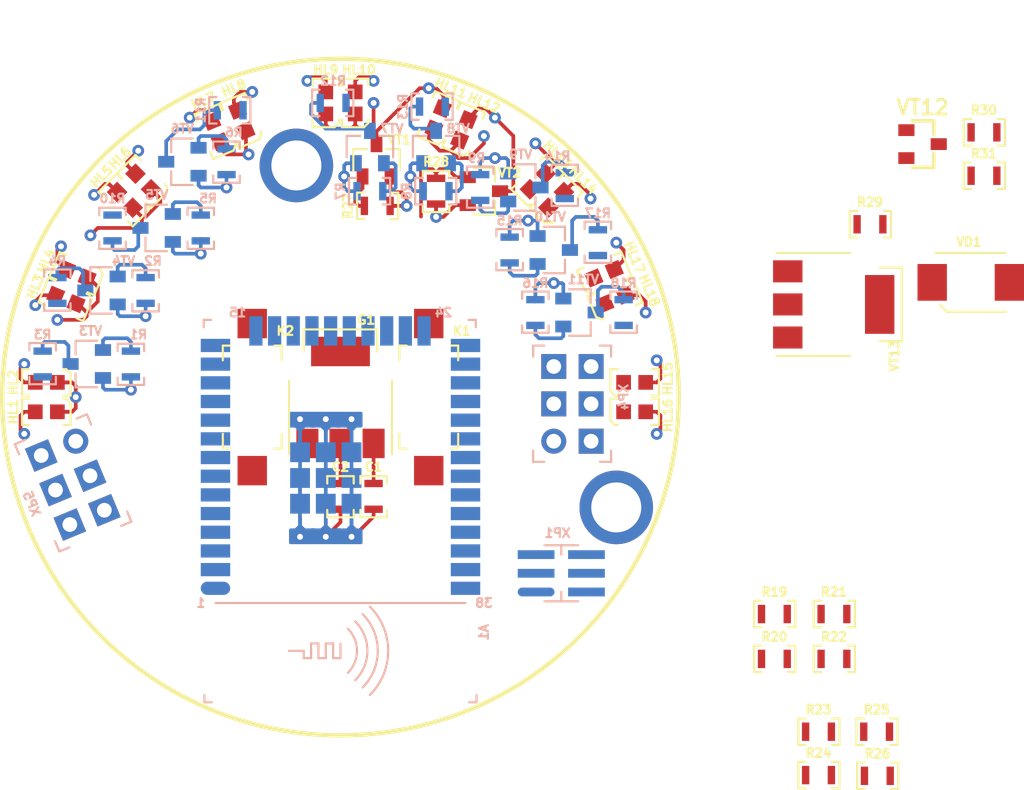
<source format=kicad_pcb>
(kicad_pcb (version 20171130) (host pcbnew "(5.1.2-1)-1")
  (layers (0 F.Cu signal) (1 In1.Cu signal) (2 In2.Cu signal) (31 B.Cu signal) (34 B.Paste user) (35 F.Paste user) (36 B.SilkS user) (37 F.SilkS user) (38 B.Mask user) (39 F.Mask user) (44 Edge.Cuts user))
  (net 0 "")
  (net 1 "Net-(A1-Pad37)")
  (net 2 "Net-(A1-Pad36)")
  (net 3 "Net-(A1-Pad4)")
  (net 4 "Net-(A1-Pad5)")
  (net 5 "Net-(A1-Pad33)")
  (net 6 "Net-(A1-Pad32)")
  (net 7 "Net-(A1-Pad31)")
  (net 8 "Net-(A1-Pad30)")
  (net 9 "Net-(A1-Pad29)")
  (net 10 "Net-(A1-Pad28)")
  (net 11 "Net-(A1-Pad14)")
  (net 12 "Net-(A1-Pad22)")
  (net 13 "Net-(A1-Pad21)")
  (net 14 "Net-(A1-Pad20)")
  (net 15 "Net-(A1-Pad19)")
  (net 16 "Net-(A1-Pad18)")
  (net 17 "Net-(A1-Pad17)")
  (net 18 "Net-(HL1-Pad2)")
  (net 19 "Net-(K1-Pad1)")
  (net 20 "Net-(K2-Pad1)")
  (net 21 "Net-(HL3-Pad2)")
  (net 22 "Net-(HL5-Pad2)")
  (net 23 "Net-(HL7-Pad2)")
  (net 24 "Net-(HL10-Pad2)")
  (net 25 "Net-(HL11-Pad2)")
  (net 26 "Net-(HL13-Pad2)")
  (net 27 "Net-(HL15-Pad2)")
  (net 28 "Net-(HL17-Pad2)")
  (net 29 "Net-(X1-Pad1)")
  (net 30 "Net-(X2-Pad1)")
  (net 31 /BOOT_UART_TX)
  (net 32 /BOOT_UART_RX)
  (net 33 /LED_1)
  (net 34 /LED_2)
  (net 35 /LED_3)
  (net 36 /LED_4)
  (net 37 /LED_5)
  (net 38 /LED_6)
  (net 39 /LED_7)
  (net 40 /LED_8)
  (net 41 /BOOT_SEL)
  (net 42 /LED_9)
  (net 43 /GND)
  (net 44 /LED_RED)
  (net 45 /LED_GREEN)
  (net 46 /3V3)
  (net 47 /EN_RESET)
  (net 48 /BUTT_2)
  (net 49 /BUTT_1)
  (net 50 "Net-(R24-Pad2)")
  (net 51 "Net-(R25-Pad2)")
  (net 52 /4-LION)
  (net 53 /1-LION)
  (net 54 /2-LION)
  (net 55 /3-LION)
  (net 56 /3V3-RED)
  (net 57 /3V3-GREEN)
  (net 58 "Net-(R3-Pad2)")
  (net 59 "Net-(R4-Pad2)")
  (net 60 "Net-(R10-Pad2)")
  (net 61 "Net-(R11-Pad2)")
  (net 62 "Net-(R12-Pad2)")
  (net 63 "Net-(R13-Pad2)")
  (net 64 "Net-(R14-Pad2)")
  (net 65 "Net-(R17-Pad2)")
  (net 66 "Net-(R18-Pad2)")
  (net 67 "Net-(XP4-Pad4)")
  (net 68 /MOTOR-GND)
  (net 69 /CHARGE-SENS)
  (net 70 /MOTOR-DRIVE)
  (net 71 /BUTTON-LED)
  (net 72 "Net-(R29-Pad2)")
  (net 73 /LED-DRIVE)
  (module N_VD_HL:Транзистор_IRLML6344TR_SOT-23 (layer F.Cu) (at 139.575 57.8)
    (fp_text reference VT12 (at 0 -2.5) (layer F.SilkS) (effects (font (thickness 0.2))))
    (fp_text value Транзистор_полевой_N-IRLML6344TR)
    (pad 3 smd rect (at 1.1 0) (size 1.1 0.8) (layers F.Cu F.Paste F.Mask) (net 71 /BUTTON-LED))
    (pad 2 smd rect (at -1.1 0.95) (size 1.1 0.8) (layers F.Cu F.Paste F.Mask) (net 43 /GND))
    (pad 1 smd rect (at -1.1 -0.95) (size 1.1 0.8) (layers F.Cu F.Paste F.Mask) (net 73 /LED-DRIVE))
  )
  (module N_RLC:Резистор_SMD_0603_0,065_Вт_pnp (layer F.Cu) (at 143.75 59.95)
    (fp_text reference R31 (at 0 -1.5) (layer F.SilkS) (effects (font (size 0.6 0.6))))
    (fp_text value Резистор_0,065Вт)
    (pad 2 smd rect (at 0.875 0) (size 0.5 1.25) (layers F.Cu F.Paste F.Mask) (net 52 /4-LION) (clearance 0.2))
    (pad 1 smd rect (at -0.875 0) (size 0.5 1.25) (layers F.Cu F.Paste F.Mask) (net 71 /BUTTON-LED) (clearance 0.2))
  )
  (module N_RLC:Резистор_SMD_0603_0,065_Вт_pnp (layer F.Cu) (at 143.75 57)
    (fp_text reference R30 (at 0 -1.5) (layer F.SilkS) (effects (font (size 0.6 0.6))))
    (fp_text value Резистор_0,065Вт)
    (pad 2 smd rect (at 0.875 0) (size 0.5 1.25) (layers F.Cu F.Paste F.Mask) (net 43 /GND) (clearance 0.2))
    (pad 1 smd rect (at -0.875 0) (size 0.5 1.25) (layers F.Cu F.Paste F.Mask) (net 73 /LED-DRIVE) (clearance 0.2))
  )
  (module N_RLC:Резистор_SMD_0603_0,065_Вт_pnp (layer F.Cu) (at 136 63.25)
    (fp_text reference R29 (at 0 -1.5) (layer F.SilkS) (effects (font (size 0.6 0.6))))
    (fp_text value Резистор_0,065Вт)
    (pad 2 smd rect (at 0.875 0) (size 0.5 1.25) (layers F.Cu F.Paste F.Mask) (net 72 "Net-(R29-Pad2)") (clearance 0.2))
    (pad 1 smd rect (at -0.875 0) (size 0.5 1.25) (layers F.Cu F.Paste F.Mask) (net 70 /MOTOR-DRIVE) (clearance 0.2))
  )
  (module N_VD_HL:Транзистор_NPN_SOT223_pnp (layer F.Cu) (at 133.56 68.7)
    (fp_text reference VT13 (at 4.1 3.5 270) (layer F.SilkS) (effects (font (size 0.6 0.6))))
    (fp_text value "Транзистор_NPN_1Б-2(4)К-3Э_0")
    (pad 3 smd rect (at -3.15 2.25 270) (size 1.5 2) (layers F.Cu F.Paste F.Mask) (net 43 /GND) (clearance 0.2))
    (pad 1 smd rect (at -3.15 -2.25 270) (size 1.5 2) (layers F.Cu F.Paste F.Mask) (net 72 "Net-(R29-Pad2)") (clearance 0.2))
    (pad 2 smd rect (at -3.15 0 270) (size 1.5 2) (layers F.Cu F.Paste F.Mask) (net 68 /MOTOR-GND) (clearance 0.2))
    (pad 4 smd rect (at 3.1 0 270) (size 4 2) (layers F.Cu F.Paste F.Mask) (net 68 /MOTOR-GND) (clearance 0.2))
  )
  (module N_VD_HL:Диод_SMB_pnp (layer F.Cu) (at 142.854999 67.2)
    (fp_text reference VD1 (at -0.125 -2.75) (layer F.SilkS) (effects (font (size 0.6 0.6))))
    (fp_text value Диод_шоттки)
    (pad 2 smd rect (at 2.625 0 270) (size 2.5 2) (layers F.Cu F.Paste F.Mask) (net 52 /4-LION))
    (pad 1 smd rect (at -2.625 0 270) (size 2.5 2) (layers F.Cu F.Paste F.Mask) (net 68 /MOTOR-GND))
  )
  (module N_X:Вилка_PLD6_вертикальная (layer B.Cu) (at 82 78 292.5)
    (fp_text reference XP5 (at 2.778438 4.398043 112.5) (layer B.SilkS) (effects (font (size 0.6 0.6)) (justify mirror)))
    (fp_text value Вилка_PLS6)
    (pad 6 thru_hole rect (at 5.08 2.54 292.5) (size 1.7 1.7) (drill 1) (layers *.Cu *.Mask) (net 43 /GND))
    (pad 4 thru_hole rect (at 2.54 2.54 292.5) (size 1.7 1.7) (drill 1) (layers *.Cu *.Mask) (net 53 /1-LION))
    (pad 2 thru_hole rect (at 0 2.54 292.5) (size 1.7 1.7) (drill 1) (layers *.Cu *.Mask) (net 55 /3-LION))
    (pad 5 thru_hole rect (at 5.08 0 292.5) (size 1.7 1.7) (drill 1) (layers *.Cu *.Mask) (net 43 /GND))
    (pad 3 thru_hole rect (at 2.54 0 292.5) (size 1.7 1.7) (drill 1) (layers *.Cu *.Mask) (net 54 /2-LION))
    (pad 1 thru_hole circle (at 0 0 292.5) (size 1.7 1.7) (drill 1) (layers *.Cu *.Mask) (net 52 /4-LION))
  )
  (module N_X:Вилка_PLD6_вертикальная (layer B.Cu) (at 114.5 78 90)
    (fp_text reference XP4 (at 3 4.75 270) (layer B.SilkS) (effects (font (size 0.6 0.6)) (justify mirror)))
    (fp_text value Вилка_PLS6)
    (pad 6 thru_hole rect (at 5.08 2.54 90) (size 1.7 1.7) (drill 1) (layers *.Cu *.Mask) (net 68 /MOTOR-GND))
    (pad 4 thru_hole rect (at 2.54 2.54 90) (size 1.7 1.7) (drill 1) (layers *.Cu *.Mask) (net 67 "Net-(XP4-Pad4)"))
    (pad 2 thru_hole rect (at 0 2.54 90) (size 1.7 1.7) (drill 1) (layers *.Cu *.Mask) (net 69 /CHARGE-SENS))
    (pad 5 thru_hole rect (at 5.08 0 90) (size 1.7 1.7) (drill 1) (layers *.Cu *.Mask) (net 68 /MOTOR-GND))
    (pad 3 thru_hole rect (at 2.54 0 90) (size 1.7 1.7) (drill 1) (layers *.Cu *.Mask) (net 71 /BUTTON-LED))
    (pad 1 thru_hole circle (at 0 0 90) (size 1.7 1.7) (drill 1) (layers *.Cu *.Mask) (net 52 /4-LION))
  )
  (module N_RLC:Резистор_SMD_0603_0,065_Вт_pnp (layer B.Cu) (at 115.25 60.625 90)
    (fp_text reference R14 (at 2 -0.5 180) (layer B.SilkS) (effects (font (size 0.6 0.6)) (justify mirror)))
    (fp_text value Резистор_0,065Вт)
    (pad 2 smd rect (at 0.875 0 90) (size 0.5 1.25) (layers B.Cu B.Paste B.Mask) (net 64 "Net-(R14-Pad2)") (clearance 0.2))
    (pad 1 smd rect (at -0.875 0 90) (size 0.5 1.25) (layers B.Cu B.Paste B.Mask) (net 26 "Net-(HL13-Pad2)") (clearance 0.2))
  )
  (module N_RLC:Резистор_SMD_0603_0,065_Вт_pnp (layer B.Cu) (at 119.25 69.25 90)
    (fp_text reference R18 (at 2 0 180) (layer B.SilkS) (effects (font (size 0.6 0.6)) (justify mirror)))
    (fp_text value Резистор_0,065Вт)
    (pad 2 smd rect (at 0.875 0 90) (size 0.5 1.25) (layers B.Cu B.Paste B.Mask) (net 66 "Net-(R18-Pad2)") (clearance 0.2))
    (pad 1 smd rect (at -0.875 0 90) (size 0.5 1.25) (layers B.Cu B.Paste B.Mask) (net 28 "Net-(HL17-Pad2)") (clearance 0.2))
  )
  (module N_RLC:Резистор_SMD_0603_0,065_Вт_pnp (layer B.Cu) (at 117.5 64.5 90)
    (fp_text reference R17 (at 2 0) (layer B.SilkS) (effects (font (size 0.6 0.6)) (justify mirror)))
    (fp_text value Резистор_0,065Вт)
    (pad 2 smd rect (at 0.875 0 90) (size 0.5 1.25) (layers B.Cu B.Paste B.Mask) (net 65 "Net-(R17-Pad2)") (clearance 0.2))
    (pad 1 smd rect (at -0.875 0 90) (size 0.5 1.25) (layers B.Cu B.Paste B.Mask) (net 27 "Net-(HL15-Pad2)") (clearance 0.2))
  )
  (module N_RLC:Резистор_SMD_0603_0,065_Вт_pnp (layer B.Cu) (at 113.25 69.25 90)
    (fp_text reference R16 (at 2 0 180) (layer B.SilkS) (effects (font (size 0.6 0.6)) (justify mirror)))
    (fp_text value Резистор_0,065Вт)
    (pad 2 smd rect (at 0.875 0 90) (size 0.5 1.25) (layers B.Cu B.Paste B.Mask) (net 43 /GND) (clearance 0.2))
    (pad 1 smd rect (at -0.875 0 90) (size 0.5 1.25) (layers B.Cu B.Paste B.Mask) (net 42 /LED_9) (clearance 0.2))
  )
  (module N_RLC:Резистор_SMD_0603_0,065_Вт_pnp (layer B.Cu) (at 111.5 65 90)
    (fp_text reference R15 (at 2 0 180) (layer B.SilkS) (effects (font (size 0.6 0.6)) (justify mirror)))
    (fp_text value Резистор_0,065Вт)
    (pad 2 smd rect (at 0.875 0 90) (size 0.5 1.25) (layers B.Cu B.Paste B.Mask) (net 43 /GND) (clearance 0.2))
    (pad 1 smd rect (at -0.875 0 90) (size 0.5 1.25) (layers B.Cu B.Paste B.Mask) (net 40 /LED_8) (clearance 0.2))
  )
  (module N_RLC:Резистор_SMD_0603_0,065_Вт_pnp (layer B.Cu) (at 106.25 55.25 180)
    (fp_text reference R13 (at 2 0 90) (layer B.SilkS) (effects (font (size 0.6 0.6)) (justify mirror)))
    (fp_text value Резистор_0,065Вт)
    (pad 2 smd rect (at 0.875 0 180) (size 0.5 1.25) (layers B.Cu B.Paste B.Mask) (net 63 "Net-(R13-Pad2)") (clearance 0.2))
    (pad 1 smd rect (at -0.875 0 180) (size 0.5 1.25) (layers B.Cu B.Paste B.Mask) (net 25 "Net-(HL11-Pad2)") (clearance 0.2))
  )
  (module N_RLC:Резистор_SMD_0603_0,065_Вт_pnp (layer B.Cu) (at 99.5 55 180)
    (fp_text reference R12 (at 0 1.5 180) (layer B.SilkS) (effects (font (size 0.6 0.6)) (justify mirror)))
    (fp_text value Резистор_0,065Вт)
    (pad 2 smd rect (at 0.875 0 180) (size 0.5 1.25) (layers B.Cu B.Paste B.Mask) (net 62 "Net-(R12-Pad2)") (clearance 0.2))
    (pad 1 smd rect (at -0.875 0 180) (size 0.5 1.25) (layers B.Cu B.Paste B.Mask) (net 24 "Net-(HL10-Pad2)") (clearance 0.2))
  )
  (module N_RLC:Резистор_SMD_0603_0,065_Вт_pnp (layer B.Cu) (at 92.5 55.5 180)
    (fp_text reference R11 (at 2 0 270) (layer B.SilkS) (effects (font (size 0.6 0.6)) (justify mirror)))
    (fp_text value Резистор_0,065Вт)
    (pad 2 smd rect (at 0.875 0 180) (size 0.5 1.25) (layers B.Cu B.Paste B.Mask) (net 61 "Net-(R11-Pad2)") (clearance 0.2))
    (pad 1 smd rect (at -0.875 0 180) (size 0.5 1.25) (layers B.Cu B.Paste B.Mask) (net 23 "Net-(HL7-Pad2)") (clearance 0.2))
  )
  (module N_RLC:Резистор_SMD_0603_0,065_Вт_pnp (layer B.Cu) (at 84.5 63.5 270)
    (fp_text reference R10 (at -2 0 180) (layer B.SilkS) (effects (font (size 0.6 0.6)) (justify mirror)))
    (fp_text value Резистор_0,065Вт)
    (pad 2 smd rect (at 0.875 0 270) (size 0.5 1.25) (layers B.Cu B.Paste B.Mask) (net 60 "Net-(R10-Pad2)") (clearance 0.2))
    (pad 1 smd rect (at -0.875 0 270) (size 0.5 1.25) (layers B.Cu B.Paste B.Mask) (net 22 "Net-(HL5-Pad2)") (clearance 0.2))
  )
  (module N_RLC:Резистор_SMD_0603_0,065_Вт_pnp (layer B.Cu) (at 109.5 60.75 90)
    (fp_text reference R9 (at 2 -0.25 180) (layer B.SilkS) (effects (font (size 0.6 0.6)) (justify mirror)))
    (fp_text value Резистор_0,065Вт)
    (pad 2 smd rect (at 0.875 0 90) (size 0.5 1.25) (layers B.Cu B.Paste B.Mask) (net 43 /GND) (clearance 0.2))
    (pad 1 smd rect (at -0.875 0 90) (size 0.5 1.25) (layers B.Cu B.Paste B.Mask) (net 39 /LED_7) (clearance 0.2))
  )
  (module N_RLC:Резистор_SMD_0603_0,065_Вт_pnp (layer B.Cu) (at 106.5 61 180)
    (fp_text reference R8 (at 2 0 90) (layer B.SilkS) (effects (font (size 0.6 0.6)) (justify mirror)))
    (fp_text value Резистор_0,065Вт)
    (pad 2 smd rect (at 0.875 0 180) (size 0.5 1.25) (layers B.Cu B.Paste B.Mask) (net 43 /GND) (clearance 0.2))
    (pad 1 smd rect (at -0.875 0 180) (size 0.5 1.25) (layers B.Cu B.Paste B.Mask) (net 38 /LED_6) (clearance 0.2))
  )
  (module N_RLC:Резистор_SMD_0603_0,065_Вт_pnp (layer B.Cu) (at 102.000002 61 180)
    (fp_text reference R7 (at 2.000002 0 270) (layer B.SilkS) (effects (font (size 0.6 0.6)) (justify mirror)))
    (fp_text value Резистор_0,065Вт)
    (pad 2 smd rect (at 0.875 0 180) (size 0.5 1.25) (layers B.Cu B.Paste B.Mask) (net 43 /GND) (clearance 0.2))
    (pad 1 smd rect (at -0.875 0 180) (size 0.5 1.25) (layers B.Cu B.Paste B.Mask) (net 37 /LED_5) (clearance 0.2))
  )
  (module N_RLC:Резистор_SMD_0603_0,065_Вт_pnp (layer B.Cu) (at 92.25 59 270)
    (fp_text reference R6 (at -2 -0.5 180) (layer B.SilkS) (effects (font (size 0.6 0.6)) (justify mirror)))
    (fp_text value Резистор_0,065Вт)
    (pad 2 smd rect (at 0.875 0 270) (size 0.5 1.25) (layers B.Cu B.Paste B.Mask) (net 43 /GND) (clearance 0.2))
    (pad 1 smd rect (at -0.875 0 270) (size 0.5 1.25) (layers B.Cu B.Paste B.Mask) (net 36 /LED_4) (clearance 0.2))
  )
  (module N_RLC:Резистор_SMD_0603_0,065_Вт_pnp (layer B.Cu) (at 90.5 63.5 270)
    (fp_text reference R5 (at -2 -0.5 180) (layer B.SilkS) (effects (font (size 0.6 0.6)) (justify mirror)))
    (fp_text value Резистор_0,065Вт)
    (pad 2 smd rect (at 0.875 0 270) (size 0.5 1.25) (layers B.Cu B.Paste B.Mask) (net 43 /GND) (clearance 0.2))
    (pad 1 smd rect (at -0.875 0 270) (size 0.5 1.25) (layers B.Cu B.Paste B.Mask) (net 35 /LED_3) (clearance 0.2))
  )
  (module N_RLC:Резистор_SMD_0603_0,065_Вт_pnp (layer B.Cu) (at 80.75 67.75 90)
    (fp_text reference R4 (at 2 0 180) (layer B.SilkS) (effects (font (size 0.6 0.6)) (justify mirror)))
    (fp_text value Резистор_0,065Вт)
    (pad 2 smd rect (at 0.875 0 90) (size 0.5 1.25) (layers B.Cu B.Paste B.Mask) (net 59 "Net-(R4-Pad2)") (clearance 0.2))
    (pad 1 smd rect (at -0.875 0 90) (size 0.5 1.25) (layers B.Cu B.Paste B.Mask) (net 21 "Net-(HL3-Pad2)") (clearance 0.2))
  )
  (module N_RLC:Резистор_SMD_0603_0,065_Вт_pnp (layer B.Cu) (at 79.75 72.75 90)
    (fp_text reference R3 (at 2 0 180) (layer B.SilkS) (effects (font (size 0.6 0.6)) (justify mirror)))
    (fp_text value Резистор_0,065Вт)
    (pad 2 smd rect (at 0.875 0 90) (size 0.5 1.25) (layers B.Cu B.Paste B.Mask) (net 58 "Net-(R3-Pad2)") (clearance 0.2))
    (pad 1 smd rect (at -0.875 0 90) (size 0.5 1.25) (layers B.Cu B.Paste B.Mask) (net 18 "Net-(HL1-Pad2)") (clearance 0.2))
  )
  (module N_RLC:Резистор_SMD_0603_0,065_Вт_pnp (layer B.Cu) (at 86.75 67.75 270)
    (fp_text reference R2 (at -2 -0.5 180) (layer B.SilkS) (effects (font (size 0.6 0.6)) (justify mirror)))
    (fp_text value Резистор_0,065Вт)
    (pad 2 smd rect (at 0.875 0 270) (size 0.5 1.25) (layers B.Cu B.Paste B.Mask) (net 43 /GND) (clearance 0.2))
    (pad 1 smd rect (at -0.875 0 270) (size 0.5 1.25) (layers B.Cu B.Paste B.Mask) (net 34 /LED_2) (clearance 0.2))
  )
  (module N_RLC:Резистор_SMD_0603_0,065_Вт_pnp (layer B.Cu) (at 85.75 72.75 270)
    (fp_text reference R1 (at -2 -0.5 180) (layer B.SilkS) (effects (font (size 0.6 0.6)) (justify mirror)))
    (fp_text value Резистор_0,065Вт)
    (pad 2 smd rect (at 0.875 0 270) (size 0.5 1.25) (layers B.Cu B.Paste B.Mask) (net 43 /GND) (clearance 0.2))
    (pad 1 smd rect (at -0.875 0 270) (size 0.5 1.25) (layers B.Cu B.Paste B.Mask) (net 33 /LED_1) (clearance 0.2))
  )
  (module N_RLC:Резистор_SMD_0603_0,065_Вт_pnp (layer F.Cu) (at 106.5 61.000001 270)
    (fp_text reference R28 (at -2.000001 0) (layer F.SilkS) (effects (font (size 0.6 0.6))))
    (fp_text value Резистор_0,065Вт)
    (pad 2 smd rect (at 0.875 0 270) (size 0.5 1.25) (layers F.Cu F.Paste F.Mask) (net 46 /3V3) (clearance 0.2))
    (pad 1 smd rect (at -0.875 0 270) (size 0.5 1.25) (layers F.Cu F.Paste F.Mask) (net 45 /LED_GREEN) (clearance 0.2))
  )
  (module N_RLC:Резистор_SMD_0603_0,065_Вт_pnp (layer F.Cu) (at 102.5 62)
    (fp_text reference R27 (at -2 0 90) (layer F.SilkS) (effects (font (size 0.6 0.6))))
    (fp_text value Резистор_0,065Вт)
    (pad 2 smd rect (at 0.875 0) (size 0.5 1.25) (layers F.Cu F.Paste F.Mask) (net 46 /3V3) (clearance 0.2))
    (pad 1 smd rect (at -0.875 0) (size 0.5 1.25) (layers F.Cu F.Paste F.Mask) (net 44 /LED_RED) (clearance 0.2))
  )
  (module N_RLC:Конденсатор_SMD_0603_pnp (layer F.Cu) (at 100 81.75 270)
    (fp_text reference C2 (at -2 0 180) (layer F.SilkS) (effects (font (size 0.6 0.6))))
    (fp_text value Конденсатор_керамический)
    (pad 2 smd rect (at 0.875 0 270) (size 0.5 1.25) (layers F.Cu F.Paste F.Mask) (net 43 /GND) (clearance 0.2))
    (pad 1 smd rect (at -0.875 0 270) (size 0.5 1.25) (layers F.Cu F.Paste F.Mask) (net 46 /3V3) (clearance 0.2))
  )
  (module N_RLC:Конденсатор_SMD_0603_pnp (layer F.Cu) (at 102.25 81.75 270)
    (fp_text reference C1 (at -2 0 180) (layer F.SilkS) (effects (font (size 0.6 0.6))))
    (fp_text value Конденсатор_керамический)
    (pad 2 smd rect (at 0.875 0 270) (size 0.5 1.25) (layers F.Cu F.Paste F.Mask) (net 43 /GND) (clearance 0.2))
    (pad 1 smd rect (at -0.875 0 270) (size 0.5 1.25) (layers F.Cu F.Paste F.Mask) (net 52 /4-LION) (clearance 0.2))
  )
  (module N_VD_HL:Транзистор_IRLML6344TR_SOT-23 (layer B.Cu) (at 116.25 69.25)
    (fp_text reference VT11 (at 0.25 -2.25) (layer B.SilkS) (effects (font (size 0.6 0.6)) (justify mirror)))
    (fp_text value Транзистор_полевой_N-IRLML6344TR)
    (pad 3 smd rect (at 1.1 0) (size 1.1 0.8) (layers B.Cu B.Paste B.Mask) (net 66 "Net-(R18-Pad2)"))
    (pad 2 smd rect (at -1.1 -0.95) (size 1.1 0.8) (layers B.Cu B.Paste B.Mask) (net 43 /GND))
    (pad 1 smd rect (at -1.1 0.95) (size 1.1 0.8) (layers B.Cu B.Paste B.Mask) (net 42 /LED_9))
  )
  (module N_VD_HL:Транзистор_IRLML6344TR_SOT-23 (layer B.Cu) (at 114.5 65)
    (fp_text reference VT10 (at -0.25 -2.25) (layer B.SilkS) (effects (font (size 0.6 0.6)) (justify mirror)))
    (fp_text value Транзистор_полевой_N-IRLML6344TR)
    (pad 3 smd rect (at 1.1 0) (size 1.1 0.8) (layers B.Cu B.Paste B.Mask) (net 65 "Net-(R17-Pad2)"))
    (pad 2 smd rect (at -1.1 -0.95) (size 1.1 0.8) (layers B.Cu B.Paste B.Mask) (net 43 /GND))
    (pad 1 smd rect (at -1.1 0.95) (size 1.1 0.8) (layers B.Cu B.Paste B.Mask) (net 40 /LED_8))
  )
  (module N_VD_HL:Транзистор_IRLML6344TR_SOT-23 (layer B.Cu) (at 112.5 60.75)
    (fp_text reference VT9 (at -0.25 -2.25) (layer B.SilkS) (effects (font (size 0.6 0.6)) (justify mirror)))
    (fp_text value Транзистор_полевой_N-IRLML6344TR)
    (pad 3 smd rect (at 1.1 0) (size 1.1 0.8) (layers B.Cu B.Paste B.Mask) (net 64 "Net-(R14-Pad2)"))
    (pad 2 smd rect (at -1.1 -0.95) (size 1.1 0.8) (layers B.Cu B.Paste B.Mask) (net 43 /GND))
    (pad 1 smd rect (at -1.1 0.95) (size 1.1 0.8) (layers B.Cu B.Paste B.Mask) (net 39 /LED_7))
  )
  (module N_VD_HL:Транзистор_IRLML6344TR_SOT-23 (layer B.Cu) (at 106.5 58 90)
    (fp_text reference VT8 (at 1.25 1.5 180) (layer B.SilkS) (effects (font (size 0.6 0.6)) (justify mirror)))
    (fp_text value Транзистор_полевой_N-IRLML6344TR)
    (pad 3 smd rect (at 1.1 0 90) (size 1.1 0.8) (layers B.Cu B.Paste B.Mask) (net 63 "Net-(R13-Pad2)"))
    (pad 2 smd rect (at -1.1 -0.95 90) (size 1.1 0.8) (layers B.Cu B.Paste B.Mask) (net 43 /GND))
    (pad 1 smd rect (at -1.1 0.95 90) (size 1.1 0.8) (layers B.Cu B.Paste B.Mask) (net 38 /LED_6))
  )
  (module N_VD_HL:Транзистор_IRLML6344TR_SOT-23 (layer B.Cu) (at 102 58 90)
    (fp_text reference VT7 (at 1.25 1.5 180) (layer B.SilkS) (effects (font (size 0.6 0.6)) (justify mirror)))
    (fp_text value Транзистор_полевой_N-IRLML6344TR)
    (pad 3 smd rect (at 1.1 0 90) (size 1.1 0.8) (layers B.Cu B.Paste B.Mask) (net 62 "Net-(R12-Pad2)"))
    (pad 2 smd rect (at -1.1 -0.95 90) (size 1.1 0.8) (layers B.Cu B.Paste B.Mask) (net 43 /GND))
    (pad 1 smd rect (at -1.1 0.95 90) (size 1.1 0.8) (layers B.Cu B.Paste B.Mask) (net 37 /LED_5))
  )
  (module N_VD_HL:Транзистор_IRLML6344TR_SOT-23 (layer B.Cu) (at 89.25 59 180)
    (fp_text reference VT6 (at 0 2.25) (layer B.SilkS) (effects (font (size 0.6 0.6)) (justify mirror)))
    (fp_text value Транзистор_полевой_N-IRLML6344TR)
    (pad 3 smd rect (at 1.1 0 180) (size 1.1 0.8) (layers B.Cu B.Paste B.Mask) (net 61 "Net-(R11-Pad2)"))
    (pad 2 smd rect (at -1.1 -0.95 180) (size 1.1 0.8) (layers B.Cu B.Paste B.Mask) (net 43 /GND))
    (pad 1 smd rect (at -1.1 0.95 180) (size 1.1 0.8) (layers B.Cu B.Paste B.Mask) (net 36 /LED_4))
  )
  (module N_VD_HL:Транзистор_IRLML6344TR_SOT-23 (layer B.Cu) (at 87.5 63.5 180)
    (fp_text reference VT5 (at 0 2.25) (layer B.SilkS) (effects (font (size 0.6 0.6)) (justify mirror)))
    (fp_text value Транзистор_полевой_N-IRLML6344TR)
    (pad 3 smd rect (at 1.1 0 180) (size 1.1 0.8) (layers B.Cu B.Paste B.Mask) (net 60 "Net-(R10-Pad2)"))
    (pad 2 smd rect (at -1.1 -0.95 180) (size 1.1 0.8) (layers B.Cu B.Paste B.Mask) (net 43 /GND))
    (pad 1 smd rect (at -1.1 0.95 180) (size 1.1 0.8) (layers B.Cu B.Paste B.Mask) (net 35 /LED_3))
  )
  (module N_VD_HL:Транзистор_IRLML6344TR_SOT-23 (layer B.Cu) (at 83.75 67.75 180)
    (fp_text reference VT4 (at -1.5 2) (layer B.SilkS) (effects (font (size 0.6 0.6)) (justify mirror)))
    (fp_text value Транзистор_полевой_N-IRLML6344TR)
    (pad 3 smd rect (at 1.1 0 180) (size 1.1 0.8) (layers B.Cu B.Paste B.Mask) (net 59 "Net-(R4-Pad2)"))
    (pad 2 smd rect (at -1.1 -0.95 180) (size 1.1 0.8) (layers B.Cu B.Paste B.Mask) (net 43 /GND))
    (pad 1 smd rect (at -1.1 0.95 180) (size 1.1 0.8) (layers B.Cu B.Paste B.Mask) (net 34 /LED_2))
  )
  (module N_VD_HL:Транзистор_IRLML6344TR_SOT-23 (layer F.Cu) (at 102.45 58.9 90)
    (fp_text reference VT1 (at 1.4 1.55 180) (layer F.SilkS) (effects (font (size 0.6 0.6))))
    (fp_text value "Транзистор_полевой_P-канал(IRLML2246TRPBF)")
    (pad 3 smd rect (at 1.1 0 90) (size 1.1 0.8) (layers F.Cu F.Paste F.Mask) (net 56 /3V3-RED))
    (pad 2 smd rect (at -1.1 0.95 90) (size 1.1 0.8) (layers F.Cu F.Paste F.Mask) (net 46 /3V3))
    (pad 1 smd rect (at -1.1 -0.95 90) (size 1.1 0.8) (layers F.Cu F.Paste F.Mask) (net 44 /LED_RED))
  )
  (module N_VD_HL:Транзистор_IRLML6344TR_SOT-23 (layer F.Cu) (at 109.75 61.000001)
    (fp_text reference VT2 (at 1.75 -1.250001) (layer F.SilkS) (effects (font (size 0.6 0.6))))
    (fp_text value "Транзистор_полевой_P-канал(IRLML2246TRPBF)")
    (pad 3 smd rect (at 1.1 0) (size 1.1 0.8) (layers F.Cu F.Paste F.Mask) (net 57 /3V3-GREEN))
    (pad 2 smd rect (at -1.1 0.95) (size 1.1 0.8) (layers F.Cu F.Paste F.Mask) (net 46 /3V3))
    (pad 1 smd rect (at -1.1 -0.95) (size 1.1 0.8) (layers F.Cu F.Paste F.Mask) (net 45 /LED_GREEN))
  )
  (module N_VD_HL:Транзистор_IRLML6344TR_SOT-23 (layer B.Cu) (at 82.75 72.75 180)
    (fp_text reference VT3 (at -0.25 2.25) (layer B.SilkS) (effects (font (size 0.6 0.6)) (justify mirror)))
    (fp_text value Транзистор_полевой_N-IRLML6344TR)
    (pad 3 smd rect (at 1.1 0 180) (size 1.1 0.8) (layers B.Cu B.Paste B.Mask) (net 58 "Net-(R3-Pad2)"))
    (pad 2 smd rect (at -1.1 -0.95 180) (size 1.1 0.8) (layers B.Cu B.Paste B.Mask) (net 43 /GND))
    (pad 1 smd rect (at -1.1 0.95 180) (size 1.1 0.8) (layers B.Cu B.Paste B.Mask) (net 33 /LED_1))
  )
  (module N_VD_HL:Транзистор_NPN_SOT223_pnp (layer F.Cu) (at 100 75 90)
    (fp_text reference G1 (at 5.25 1.75 180) (layer F.SilkS) (effects (font (size 0.6 0.6))))
    (fp_text value стабилизатор_нерегулируемый_LM1117S33)
    (pad 3 smd rect (at -3.15 2.25) (size 1.5 2) (layers F.Cu F.Paste F.Mask) (net 52 /4-LION) (clearance 0.2))
    (pad 1 smd rect (at -3.15 -2.25) (size 1.5 2) (layers F.Cu F.Paste F.Mask) (net 43 /GND) (clearance 0.2))
    (pad 2 smd rect (at -3.15 0) (size 1.5 2) (layers F.Cu F.Paste F.Mask) (net 46 /3V3) (clearance 0.2))
    (pad 4 smd rect (at 3.1 0) (size 4 2) (layers F.Cu F.Paste F.Mask) (clearance 0.2))
  )
  (module N_RLC:Резистор_SMD_0603_0,065_Вт_pnp (layer F.Cu) (at 136.5 100.75)
    (fp_text reference R26 (at 0 -1.5) (layer F.SilkS) (effects (font (size 0.6 0.6))))
    (fp_text value Резистор_0,065Вт)
    (pad 2 smd rect (at 0.875 0) (size 0.5 1.25) (layers F.Cu F.Paste F.Mask) (net 47 /EN_RESET) (clearance 0.2))
    (pad 1 smd rect (at -0.875 0) (size 0.5 1.25) (layers F.Cu F.Paste F.Mask) (net 46 /3V3) (clearance 0.2))
  )
  (module N_RLC:Резистор_SMD_0603_0,065_Вт_pnp (layer F.Cu) (at 136.45 97.75)
    (fp_text reference R25 (at 0 -1.5) (layer F.SilkS) (effects (font (size 0.6 0.6))))
    (fp_text value Резистор_0,065Вт)
    (pad 2 smd rect (at 0.875 0) (size 0.5 1.25) (layers F.Cu F.Paste F.Mask) (net 51 "Net-(R25-Pad2)") (clearance 0.2))
    (pad 1 smd rect (at -0.875 0) (size 0.5 1.25) (layers F.Cu F.Paste F.Mask) (net 47 /EN_RESET) (clearance 0.2))
  )
  (module N_RLC:Резистор_SMD_0603_0,065_Вт_pnp (layer F.Cu) (at 132.5 100.7)
    (fp_text reference R24 (at 0 -1.5) (layer F.SilkS) (effects (font (size 0.6 0.6))))
    (fp_text value Резистор_0,065Вт)
    (pad 2 smd rect (at 0.875 0) (size 0.5 1.25) (layers F.Cu F.Paste F.Mask) (net 50 "Net-(R24-Pad2)") (clearance 0.2))
    (pad 1 smd rect (at -0.875 0) (size 0.5 1.25) (layers F.Cu F.Paste F.Mask) (net 41 /BOOT_SEL) (clearance 0.2))
  )
  (module N_RLC:Резистор_SMD_0603_0,065_Вт_pnp (layer F.Cu) (at 132.5 97.75)
    (fp_text reference R23 (at 0 -1.5) (layer F.SilkS) (effects (font (size 0.6 0.6))))
    (fp_text value Резистор_0,065Вт)
    (pad 2 smd rect (at 0.875 0) (size 0.5 1.25) (layers F.Cu F.Paste F.Mask) (net 41 /BOOT_SEL) (clearance 0.2))
    (pad 1 smd rect (at -0.875 0) (size 0.5 1.25) (layers F.Cu F.Paste F.Mask) (net 46 /3V3) (clearance 0.2))
  )
  (module N_RLC:Резистор_SMD_0603_0,065_Вт_pnp (layer F.Cu) (at 133.55 92.8)
    (fp_text reference R22 (at 0 -1.5) (layer F.SilkS) (effects (font (size 0.6 0.6))))
    (fp_text value Резистор_0,065Вт)
    (pad 2 smd rect (at 0.875 0) (size 0.5 1.25) (layers F.Cu F.Paste F.Mask) (net 20 "Net-(K2-Pad1)") (clearance 0.2))
    (pad 1 smd rect (at -0.875 0) (size 0.5 1.25) (layers F.Cu F.Paste F.Mask) (net 48 /BUTT_2) (clearance 0.2))
  )
  (module N_RLC:Резистор_SMD_0603_0,065_Вт_pnp (layer F.Cu) (at 133.55 89.75)
    (fp_text reference R21 (at 0 -1.5) (layer F.SilkS) (effects (font (size 0.6 0.6))))
    (fp_text value Резистор_0,065Вт)
    (pad 2 smd rect (at 0.875 0) (size 0.5 1.25) (layers F.Cu F.Paste F.Mask) (net 19 "Net-(K1-Pad1)") (clearance 0.2))
    (pad 1 smd rect (at -0.875 0) (size 0.5 1.25) (layers F.Cu F.Paste F.Mask) (net 49 /BUTT_1) (clearance 0.2))
  )
  (module N_RLC:Резистор_SMD_0603_0,065_Вт_pnp (layer F.Cu) (at 129.5 92.8)
    (fp_text reference R20 (at 0 -1.5) (layer F.SilkS) (effects (font (size 0.6 0.6))))
    (fp_text value Резистор_0,065Вт)
    (pad 2 smd rect (at 0.875 0) (size 0.5 1.25) (layers F.Cu F.Paste F.Mask) (net 49 /BUTT_1) (clearance 0.2))
    (pad 1 smd rect (at -0.875 0) (size 0.5 1.25) (layers F.Cu F.Paste F.Mask) (net 46 /3V3) (clearance 0.2))
  )
  (module N_RLC:Резистор_SMD_0603_0,065_Вт_pnp (layer F.Cu) (at 129.5 89.75)
    (fp_text reference R19 (at 0 -1.5) (layer F.SilkS) (effects (font (size 0.6 0.6))))
    (fp_text value Резистор_0,065Вт)
    (pad 2 smd rect (at 0.875 0) (size 0.5 1.25) (layers F.Cu F.Paste F.Mask) (net 48 /BUTT_2) (clearance 0.2))
    (pad 1 smd rect (at -0.875 0) (size 0.5 1.25) (layers F.Cu F.Paste F.Mask) (net 46 /3V3) (clearance 0.2))
  )
  (module N_X:Вилка_PLLD6_угловая_вертикальная (layer B.Cu) (at 114.25 88.25 90)
    (fp_text reference XP1 (at 4 0.5 180) (layer B.SilkS) (effects (font (size 0.6 0.6)) (justify mirror)))
    (fp_text value Вилка_PLD6_ПРОГ_STM)
    (pad 6 smd rect (at 2.54 1.524 270) (size 0.6 2.5) (drill (offset 0 -0.95)) (layers B.Cu B.Paste B.Mask) (net 43 /GND))
    (pad 5 smd rect (at 2.54 0 90) (size 0.6 2.5) (drill (offset 0 -0.95)) (layers B.Cu B.Paste B.Mask) (net 51 "Net-(R25-Pad2)"))
    (pad 3 smd rect (at 1.27 0 90) (size 0.6 2.5) (drill (offset 0 -0.95)) (layers B.Cu B.Paste B.Mask) (net 32 /BOOT_UART_RX))
    (pad 4 smd rect (at 1.27 1.524 270) (size 0.6 2.5) (drill (offset 0 -0.95)) (layers B.Cu B.Paste B.Mask) (net 31 /BOOT_UART_TX))
    (pad 2 smd rect (at 0 1.524 270) (size 0.6 2.5) (drill (offset 0 -0.95)) (layers B.Cu B.Paste B.Mask) (net 46 /3V3))
    (pad 1 smd oval (at 0 0 90) (size 0.6 2.5) (drill (offset 0 -0.95)) (layers B.Cu B.Paste B.Mask) (net 50 "Net-(R24-Pad2)"))
  )
  (module N_X:Отверстие_М3 (layer F.Cu) (at 118.75 82.5)
    (fp_text reference X2 hide)
    (fp_text value крепеж)
    (pad 1 thru_hole circle (at 0 0) (size 5 5) (drill 3.4) (layers *.Cu *.Paste *.Mask) (net 30 "Net-(X2-Pad1)"))
  )
  (module N_X:Отверстие_М3 (layer F.Cu) (at 97 59.25)
    (fp_text reference X1 hide)
    (fp_text value крепеж)
    (pad 1 thru_hole circle (at 0 0) (size 5 5) (drill 3.4) (layers *.Cu *.Paste *.Mask) (net 29 "Net-(X1-Pad1)"))
  )
  (module N_VD_HL:Светодиод_SMD_0603 (layer F.Cu) (at 119.364181 68.074025 202.5)
    (fp_text reference HL18 (at -1.635299 -0.326641 292.5) (layer F.SilkS) (effects (font (size 0.6 0.6))))
    (fp_text value ЗЕЛЕНЫЙ)
    (pad 2 smd rect (at 1.5 0 202.5) (size 1 1) (layers F.Cu F.Paste F.Mask) (net 28 "Net-(HL17-Pad2)") (clearance 0.2))
    (pad 1 smd rect (at 0 0 202.5) (size 1 1) (layers F.Cu F.Paste F.Mask) (net 57 /3V3-GREEN) (clearance 0.2))
  )
  (module N_VD_HL:Светодиод_SMD_0603 (layer F.Cu) (at 118.614181 66.324025 202.5)
    (fp_text reference HL17 (at -1.595671 0.23097 292.5) (layer F.SilkS) (effects (font (size 0.6 0.6))))
    (fp_text value КРАСНЫЙ)
    (pad 2 smd rect (at 1.5 0 202.5) (size 1 1) (layers F.Cu F.Paste F.Mask) (net 28 "Net-(HL17-Pad2)") (clearance 0.2))
    (pad 1 smd rect (at 0 0 202.5) (size 1 1) (layers F.Cu F.Paste F.Mask) (net 56 /3V3-RED) (clearance 0.2))
  )
  (module N_VD_HL:Светодиод_SMD_0603 (layer F.Cu) (at 120.75 76 180)
    (fp_text reference HL16 (at -1.5 -0.25 270) (layer F.SilkS) (effects (font (size 0.6 0.6))))
    (fp_text value ЗЕЛЕНЫЙ)
    (pad 2 smd rect (at 1.5 0 180) (size 1 1) (layers F.Cu F.Paste F.Mask) (net 27 "Net-(HL15-Pad2)") (clearance 0.2))
    (pad 1 smd rect (at 0 0 180) (size 1 1) (layers F.Cu F.Paste F.Mask) (net 57 /3V3-GREEN) (clearance 0.2))
  )
  (module N_VD_HL:Светодиод_SMD_0603 (layer F.Cu) (at 120.75 74 180)
    (fp_text reference HL15 (at -1.5 0.25 270) (layer F.SilkS) (effects (font (size 0.6 0.6))))
    (fp_text value КРАСНЫЙ)
    (pad 2 smd rect (at 1.5 0 180) (size 1 1) (layers F.Cu F.Paste F.Mask) (net 27 "Net-(HL15-Pad2)") (clearance 0.2))
    (pad 1 smd rect (at 0 0 180) (size 1 1) (layers F.Cu F.Paste F.Mask) (net 56 /3V3-RED) (clearance 0.2))
  )
  (module N_VD_HL:Светодиод_SMD_0603 (layer F.Cu) (at 115.18934 61.06066 225)
    (fp_text reference HL14 (at -1.5 -0.353553 315) (layer F.SilkS) (effects (font (size 0.6 0.6))))
    (fp_text value ЗЕЛЕНЫЙ)
    (pad 2 smd rect (at 1.5 0 225) (size 1 1) (layers F.Cu F.Paste F.Mask) (net 26 "Net-(HL13-Pad2)") (clearance 0.2))
    (pad 1 smd rect (at 0 0 225) (size 1 1) (layers F.Cu F.Paste F.Mask) (net 57 /3V3-GREEN) (clearance 0.2))
  )
  (module N_VD_HL:Светодиод_SMD_0603 (layer F.Cu) (at 113.93934 59.81066 225)
    (fp_text reference HL13 (at -1.5 0.353553 315) (layer F.SilkS) (effects (font (size 0.6 0.6))))
    (fp_text value КРАСНЫЙ)
    (pad 2 smd rect (at 1.5 0 225) (size 1 1) (layers F.Cu F.Paste F.Mask) (net 26 "Net-(HL13-Pad2)") (clearance 0.2))
    (pad 1 smd rect (at 0 0 225) (size 1 1) (layers F.Cu F.Paste F.Mask) (net 56 /3V3-RED) (clearance 0.2))
  )
  (module N_VD_HL:Светодиод_SMD_0603 (layer F.Cu) (at 108.675975 56.135819 247.5)
    (fp_text reference HL12 (at -1.460372 -0.557611 337.5) (layer F.SilkS) (effects (font (size 0.6 0.6))))
    (fp_text value ЗЕЛЕНЫЙ)
    (pad 2 smd rect (at 1.5 0 247.5) (size 1 1) (layers F.Cu F.Paste F.Mask) (net 25 "Net-(HL11-Pad2)") (clearance 0.2))
    (pad 1 smd rect (at 0 0 247.5) (size 1 1) (layers F.Cu F.Paste F.Mask) (net 57 /3V3-GREEN) (clearance 0.2))
  )
  (module N_VD_HL:Светодиод_SMD_0603 (layer F.Cu) (at 106.925975 55.385819 247.5)
    (fp_text reference HL11 (at -1.5 0 337.5) (layer F.SilkS) (effects (font (size 0.6 0.6))))
    (fp_text value КРАСНЫЙ)
    (pad 2 smd rect (at 1.5 0 247.5) (size 1 1) (layers F.Cu F.Paste F.Mask) (net 25 "Net-(HL11-Pad2)") (clearance 0.2))
    (pad 1 smd rect (at 0 0 247.5) (size 1 1) (layers F.Cu F.Paste F.Mask) (net 56 /3V3-RED) (clearance 0.2))
  )
  (module N_VD_HL:Светодиод_SMD_0603 (layer F.Cu) (at 101 54.25 270)
    (fp_text reference HL10 (at -1.5 -0.25 180) (layer F.SilkS) (effects (font (size 0.6 0.6))))
    (fp_text value ЗЕЛЕНЫЙ)
    (pad 2 smd rect (at 1.5 0 270) (size 1 1) (layers F.Cu F.Paste F.Mask) (net 24 "Net-(HL10-Pad2)") (clearance 0.2))
    (pad 1 smd rect (at 0 0 270) (size 1 1) (layers F.Cu F.Paste F.Mask) (net 57 /3V3-GREEN) (clearance 0.2))
  )
  (module N_VD_HL:Светодиод_SMD_0603 (layer F.Cu) (at 99 54.25 270)
    (fp_text reference HL9 (at -1.5 0 180) (layer F.SilkS) (effects (font (size 0.6 0.6))))
    (fp_text value КРАСНЫЙ)
    (pad 2 smd rect (at 1.5 0 270) (size 1 1) (layers F.Cu F.Paste F.Mask) (net 24 "Net-(HL10-Pad2)") (clearance 0.2))
    (pad 1 smd rect (at 0 0 270) (size 1 1) (layers F.Cu F.Paste F.Mask) (net 56 /3V3-RED) (clearance 0.2))
  )
  (module N_VD_HL:Светодиод_SMD_0603 (layer F.Cu) (at 93 55.5 292.5)
    (fp_text reference HL8 (at -1.48149 -0.343055 202.5) (layer F.SilkS) (effects (font (size 0.6 0.6))))
    (fp_text value ЗЕЛЕНЫЙ)
    (pad 2 smd rect (at 1.5 0 292.5) (size 1 1) (layers F.Cu F.Paste F.Mask) (net 23 "Net-(HL7-Pad2)") (clearance 0.2))
    (pad 1 smd rect (at 0 0 292.5) (size 1 1) (layers F.Cu F.Paste F.Mask) (net 57 /3V3-GREEN) (clearance 0.2))
  )
  (module N_VD_HL:Светодиод_SMD_0603 (layer F.Cu) (at 91.25 56.25 292.5)
    (fp_text reference HL7 (at -1.5 0 202.5) (layer F.SilkS) (effects (font (size 0.6 0.6))))
    (fp_text value КРАСНЫЙ)
    (pad 2 smd rect (at 1.5 0 292.5) (size 1 1) (layers F.Cu F.Paste F.Mask) (net 23 "Net-(HL7-Pad2)") (clearance 0.2))
    (pad 1 smd rect (at 0 0 292.5) (size 1 1) (layers F.Cu F.Paste F.Mask) (net 56 /3V3-RED) (clearance 0.2))
  )
  (module N_VD_HL:Светодиод_SMD_0603 (layer F.Cu) (at 86.06066 59.81066 315)
    (fp_text reference HL6 (at -1.5 0 225) (layer F.SilkS) (effects (font (size 0.6 0.6))))
    (fp_text value ЗЕЛЕНЫЙ)
    (pad 2 smd rect (at 1.5 0 315) (size 1 1) (layers F.Cu F.Paste F.Mask) (net 22 "Net-(HL5-Pad2)") (clearance 0.2))
    (pad 1 smd rect (at 0 0 315) (size 1 1) (layers F.Cu F.Paste F.Mask) (net 57 /3V3-GREEN) (clearance 0.2))
  )
  (module N_VD_HL:Светодиод_SMD_0603 (layer F.Cu) (at 84.81066 61.06066 315)
    (fp_text reference HL5 (at -1.5 0 225) (layer F.SilkS) (effects (font (size 0.6 0.6))))
    (fp_text value КРАСНЫЙ)
    (pad 2 smd rect (at 1.5 0 315) (size 1 1) (layers F.Cu F.Paste F.Mask) (net 22 "Net-(HL5-Pad2)") (clearance 0.2))
    (pad 1 smd rect (at 0 0 315) (size 1 1) (layers F.Cu F.Paste F.Mask) (net 56 /3V3-RED) (clearance 0.2))
  )
  (module N_VD_HL:Светодиод_SMD_0603 (layer F.Cu) (at 81.385819 66.324025 337.5)
    (fp_text reference HL4 (at -1.5 0 247.5) (layer F.SilkS) (effects (font (size 0.6 0.6))))
    (fp_text value ЗЕЛЕНЫЙ)
    (pad 2 smd rect (at 1.5 0 337.5) (size 1 1) (layers F.Cu F.Paste F.Mask) (net 21 "Net-(HL3-Pad2)") (clearance 0.2))
    (pad 1 smd rect (at 0 0 337.5) (size 1 1) (layers F.Cu F.Paste F.Mask) (net 57 /3V3-GREEN) (clearance 0.2))
  )
  (module N_VD_HL:Светодиод_SMD_0603 (layer F.Cu) (at 80.635819 68.074025 337.5)
    (fp_text reference HL3 (at -1.5 0 247.5) (layer F.SilkS) (effects (font (size 0.6 0.6))))
    (fp_text value КРАСНЫЙ)
    (pad 2 smd rect (at 1.5 0 337.5) (size 1 1) (layers F.Cu F.Paste F.Mask) (net 21 "Net-(HL3-Pad2)") (clearance 0.2))
    (pad 1 smd rect (at 0 0 337.5) (size 1 1) (layers F.Cu F.Paste F.Mask) (net 56 /3V3-RED) (clearance 0.2))
  )
  (module N_X:Кнопка_FSMSM (layer F.Cu) (at 94 70 270)
    (fp_text reference K2 (at 0.5 -2.25 180) (layer F.SilkS) (effects (font (size 0.6 0.6))))
    (fp_text value кнопка)
    (pad 2 smd rect (at 10 0 270) (size 2 2) (layers F.Cu F.Paste F.Mask) (net 43 /GND))
    (pad 1 smd rect (at 0 0 270) (size 2 2) (layers F.Cu F.Paste F.Mask) (net 20 "Net-(K2-Pad1)"))
  )
  (module N_X:Кнопка_FSMSM (layer F.Cu) (at 106 70 270)
    (fp_text reference K1 (at 0.5 -2.25 180) (layer F.SilkS) (effects (font (size 0.6 0.6))))
    (fp_text value кнопка)
    (pad 2 smd rect (at 10 0 270) (size 2 2) (layers F.Cu F.Paste F.Mask) (net 43 /GND))
    (pad 1 smd rect (at 0 0 270) (size 2 2) (layers F.Cu F.Paste F.Mask) (net 19 "Net-(K1-Pad1)"))
  )
  (module N_VD_HL:Светодиод_SMD_0603 (layer F.Cu) (at 79.25 74)
    (fp_text reference HL2 (at -1.5 0 270) (layer F.SilkS) (effects (font (size 0.6 0.6))))
    (fp_text value ЗЕЛЕНЫЙ)
    (pad 2 smd rect (at 1.5 0) (size 1 1) (layers F.Cu F.Paste F.Mask) (net 18 "Net-(HL1-Pad2)") (clearance 0.2))
    (pad 1 smd rect (at 0 0) (size 1 1) (layers F.Cu F.Paste F.Mask) (net 57 /3V3-GREEN) (clearance 0.2))
  )
  (module N_VD_HL:Светодиод_SMD_0603 (layer F.Cu) (at 79.25 76)
    (fp_text reference HL1 (at -1.5 0 270) (layer F.SilkS) (effects (font (size 0.6 0.6))))
    (fp_text value КРАСНЫЙ)
    (pad 2 smd rect (at 1.5 0) (size 1 1) (layers F.Cu F.Paste F.Mask) (net 18 "Net-(HL1-Pad2)") (clearance 0.2))
    (pad 1 smd rect (at 0 0) (size 1 1) (layers F.Cu F.Paste F.Mask) (net 56 /3V3-RED) (clearance 0.2))
  )
  (module N_A:ESP32_WROOM32_pnp (layer B.Cu) (at 99.999999 79)
    (fp_text reference A1 (at 9.75 12 90) (layer B.SilkS) (effects (font (size 0.6 0.6)) (justify mirror)))
    (fp_text value модуль_esp32_wroom_32_SMD)
    (fp_text user 1 (at -9.5 10) (layer B.SilkS) (effects (font (size 0.6 0.6)) (justify mirror)))
    (fp_text user 38 (at 9.75 10) (layer B.SilkS) (effects (font (size 0.6 0.6)) (justify mirror)))
    (fp_text user 15 (at -7 -9.75) (layer B.SilkS) (effects (font (size 0.6 0.6)) (justify mirror)))
    (fp_text user 24 (at 7 -9.75) (layer B.SilkS) (effects (font (size 0.6 0.6)) (justify mirror)))
    (pad 1 smd oval (at -8.5 9) (size 2 0.9) (layers B.Cu B.Paste B.Mask) (net 43 /GND))
    (pad 38 smd rect (at 8.5 9) (size 2 0.9) (layers B.Cu B.Paste B.Mask) (net 43 /GND))
    (pad 2 smd rect (at -8.5 7.73) (size 2 0.9) (layers B.Cu B.Paste B.Mask) (net 46 /3V3))
    (pad 37 smd rect (at 8.5 7.73) (size 2 0.9) (layers B.Cu B.Paste B.Mask) (net 1 "Net-(A1-Pad37)"))
    (pad 3 smd rect (at -8.5 6.46) (size 2 0.9) (layers B.Cu B.Paste B.Mask) (net 47 /EN_RESET))
    (pad 36 smd rect (at 8.5 6.46) (size 2 0.9) (layers B.Cu B.Paste B.Mask) (net 2 "Net-(A1-Pad36)"))
    (pad 4 smd rect (at -8.5 5.19) (size 2 0.9) (layers B.Cu B.Paste B.Mask) (net 3 "Net-(A1-Pad4)"))
    (pad 35 smd rect (at 8.5 5.19) (size 2 0.9) (layers B.Cu B.Paste B.Mask) (net 31 /BOOT_UART_TX))
    (pad 5 smd rect (at -8.5 3.92) (size 2 0.9) (layers B.Cu B.Paste B.Mask) (net 4 "Net-(A1-Pad5)"))
    (pad 34 smd rect (at 8.5 3.92) (size 2 0.9) (layers B.Cu B.Paste B.Mask) (net 32 /BOOT_UART_RX))
    (pad 6 smd rect (at -8.5 2.65) (size 2 0.9) (layers B.Cu B.Paste B.Mask) (net 33 /LED_1))
    (pad 33 smd rect (at 8.5 2.65) (size 2 0.9) (layers B.Cu B.Paste B.Mask) (net 5 "Net-(A1-Pad33)"))
    (pad 7 smd rect (at -8.5 1.38) (size 2 0.9) (layers B.Cu B.Paste B.Mask) (net 34 /LED_2))
    (pad 32 smd rect (at 8.5 1.38) (size 2 0.9) (layers B.Cu B.Paste B.Mask) (net 6 "Net-(A1-Pad32)"))
    (pad 8 smd rect (at -8.5 0.11) (size 2 0.9) (layers B.Cu B.Paste B.Mask) (net 35 /LED_3))
    (pad 31 smd rect (at 8.5 0.11) (size 2 0.9) (layers B.Cu B.Paste B.Mask) (net 7 "Net-(A1-Pad31)"))
    (pad 9 smd rect (at -8.5 -1.16) (size 2 0.9) (layers B.Cu B.Paste B.Mask) (net 36 /LED_4))
    (pad 30 smd rect (at 8.5 -1.16) (size 2 0.9) (layers B.Cu B.Paste B.Mask) (net 8 "Net-(A1-Pad30)"))
    (pad 10 smd rect (at -8.5 -2.43) (size 2 0.9) (layers B.Cu B.Paste B.Mask) (net 37 /LED_5))
    (pad 29 smd rect (at 8.5 -2.43) (size 2 0.9) (layers B.Cu B.Paste B.Mask) (net 9 "Net-(A1-Pad29)"))
    (pad 11 smd rect (at -8.5 -3.7) (size 2 0.9) (layers B.Cu B.Paste B.Mask) (net 38 /LED_6))
    (pad 28 smd rect (at 8.5 -3.7) (size 2 0.9) (layers B.Cu B.Paste B.Mask) (net 10 "Net-(A1-Pad28)"))
    (pad 12 smd rect (at -8.5 -4.97) (size 2 0.9) (layers B.Cu B.Paste B.Mask) (net 39 /LED_7))
    (pad 27 smd rect (at 8.5 -4.97) (size 2 0.9) (layers B.Cu B.Paste B.Mask) (net 48 /BUTT_2))
    (pad 13 smd rect (at -8.5 -6.24) (size 2 0.9) (layers B.Cu B.Paste B.Mask) (net 40 /LED_8))
    (pad 26 smd rect (at 8.5 -6.24) (size 2 0.9) (layers B.Cu B.Paste B.Mask) (net 49 /BUTT_1))
    (pad 14 smd rect (at -8.5 -7.51) (size 2 0.9) (layers B.Cu B.Paste B.Mask) (net 11 "Net-(A1-Pad14)"))
    (pad 39 smd rect (at -1 1.5) (size 1.35 1.35) (layers B.Cu B.Paste B.Mask) (net 43 /GND))
    (pad 39 smd rect (at -1 3.25) (size 1.35 1.35) (layers B.Cu B.Paste B.Mask) (net 43 /GND))
    (pad 39 smd rect (at -1 -0.25) (size 1.35 1.35) (layers B.Cu B.Paste B.Mask) (net 43 /GND))
    (pad 39 smd rect (at 0.75 -0.25) (size 1.35 1.35) (layers B.Cu B.Paste B.Mask) (net 43 /GND))
    (pad 39 smd rect (at 0.75 3.25) (size 1.35 1.35) (layers B.Cu B.Paste B.Mask) (net 43 /GND))
    (pad 39 smd rect (at 0.75 1.5) (size 1.35 1.35) (layers B.Cu B.Paste B.Mask) (net 43 /GND))
    (pad 39 smd rect (at -2.75 -0.25) (size 1.35 1.35) (layers B.Cu B.Paste B.Mask) (net 43 /GND))
    (pad 39 smd rect (at -2.75 3.25) (size 1.35 1.35) (layers B.Cu B.Paste B.Mask) (net 43 /GND))
    (pad 39 smd rect (at -2.75 1.5) (size 1.35 1.35) (layers B.Cu B.Paste B.Mask) (net 43 /GND))
    (pad 25 smd rect (at 8.5 -7.51) (size 2 0.9) (layers B.Cu B.Paste B.Mask) (net 41 /BOOT_SEL))
    (pad 24 smd rect (at 5.68 -8.5) (size 0.9 2) (layers B.Cu B.Paste B.Mask) (net 44 /LED_RED))
    (pad 23 smd rect (at 4.41 -8.5) (size 0.9 2) (layers B.Cu B.Paste B.Mask) (net 45 /LED_GREEN))
    (pad 22 smd rect (at 3.14 -8.5) (size 0.9 2) (layers B.Cu B.Paste B.Mask) (net 12 "Net-(A1-Pad22)"))
    (pad 15 smd rect (at -5.75 -8.5) (size 0.9 2) (layers B.Cu B.Paste B.Mask) (net 43 /GND))
    (pad 21 smd rect (at 1.87 -8.5) (size 0.9 2) (layers B.Cu B.Paste B.Mask) (net 13 "Net-(A1-Pad21)"))
    (pad 20 smd rect (at 0.6 -8.5) (size 0.9 2) (layers B.Cu B.Paste B.Mask) (net 14 "Net-(A1-Pad20)"))
    (pad 19 smd rect (at -0.67 -8.5) (size 0.9 2) (layers B.Cu B.Paste B.Mask) (net 15 "Net-(A1-Pad19)"))
    (pad 16 smd rect (at -4.48 -8.5) (size 0.9 2) (layers B.Cu B.Paste B.Mask) (net 42 /LED_9))
    (pad 18 smd rect (at -1.94 -8.5) (size 0.9 2) (layers B.Cu B.Paste B.Mask) (net 16 "Net-(A1-Pad18)"))
    (pad 17 smd rect (at -3.21 -8.5) (size 0.9 2) (layers B.Cu B.Paste B.Mask) (net 17 "Net-(A1-Pad17)"))
  )
  (gr_circle (center 100 75) (end 123 75) (layer F.SilkS) (width 0.3))
  (segment (start 80.75 76) (end 81.5 76) (width 0.25) (layer F.Cu) (net 18))
  (segment (start 81.5 74) (end 80.75 74) (width 0.25) (layer F.Cu) (net 18))
  (segment (start 80.75 76) (end 81.75 76) (width 0.25) (layer F.Cu) (net 18))
  (segment (start 81.75 76) (end 82 75.75) (width 0.25) (layer F.Cu) (net 18))
  (via (at 82 75) (size 0.8) (drill 0.4) (layers F.Cu B.Cu) (net 18))
  (segment (start 82 75.75) (end 82 75) (width 0.25) (layer F.Cu) (net 18))
  (segment (start 82 75) (end 82 74.25) (width 0.25) (layer F.Cu) (net 18))
  (segment (start 82 74.25) (end 81.75 74) (width 0.25) (layer F.Cu) (net 18))
  (segment (start 81.75 74) (end 80.75 74) (width 0.25) (layer F.Cu) (net 18))
  (segment (start 82.021638 68.64805) (end 82.14805 68.64805) (width 0.25) (layer F.Cu) (net 21))
  (segment (start 82.14805 68.64805) (end 82.75 69.25) (width 0.25) (layer F.Cu) (net 21))
  (segment (start 82.75 69.25) (end 82.75 69.5) (width 0.25) (layer F.Cu) (net 21))
  (segment (start 82.75 69.5) (end 82.5 69.75) (width 0.25) (layer F.Cu) (net 21))
  (segment (start 82.5 69.75) (end 80.75 69.75) (width 0.25) (layer F.Cu) (net 21))
  (via (at 80.75 69.75) (size 0.8) (drill 0.4) (layers F.Cu B.Cu) (net 21))
  (segment (start 82.75 69.25) (end 83.5 68.5) (width 0.25) (layer F.Cu) (net 21))
  (segment (start 83.5 68.5) (end 83.5 67.5) (width 0.25) (layer F.Cu) (net 21))
  (segment (start 83.5 67.5) (end 83 67) (width 0.25) (layer F.Cu) (net 21))
  (segment (start 85.87132 62.12132) (end 86.25 62.5) (width 0.25) (layer F.Cu) (net 22))
  (segment (start 86.25 62.5) (end 86.5 62.75) (width 0.25) (layer F.Cu) (net 22))
  (segment (start 86.5 62.75) (end 86.75 62.75) (width 0.25) (layer F.Cu) (net 22))
  (segment (start 86.75 62.75) (end 87.75 61.75) (width 0.25) (layer F.Cu) (net 22))
  (segment (start 87.545583 61.295583) (end 87.75 61.5) (width 0.25) (layer F.Cu) (net 22))
  (segment (start 87.12132 60.87132) (end 87.545583 61.295583) (width 0.25) (layer F.Cu) (net 22))
  (segment (start 87.75 61.75) (end 87.75 61.5) (width 0.25) (layer F.Cu) (net 22))
  (via (at 83 64) (size 0.8) (drill 0.4) (layers F.Cu B.Cu) (net 22))
  (segment (start 83.5 63.5) (end 83 64) (width 0.25) (layer F.Cu) (net 22))
  (segment (start 86.5 63.25) (end 86.25 63.5) (width 0.25) (layer F.Cu) (net 22))
  (segment (start 86.25 63.5) (end 83.5 63.5) (width 0.25) (layer F.Cu) (net 22))
  (segment (start 86.5 62.75) (end 86.5 63.25) (width 0.25) (layer F.Cu) (net 22))
  (segment (start 91.824025 57.635819) (end 91.824025 58.074025) (width 0.25) (layer F.Cu) (net 23))
  (segment (start 91.824025 58.074025) (end 92.25 58.5) (width 0.25) (layer F.Cu) (net 23))
  (segment (start 92.25 58.5) (end 92.75 58.5) (width 0.25) (layer F.Cu) (net 23))
  (segment (start 92.75 58.5) (end 93.75 58.5) (width 0.25) (layer F.Cu) (net 23))
  (via (at 93.75 58.5) (size 0.8) (drill 0.4) (layers F.Cu B.Cu) (net 23))
  (segment (start 93.574025 58.324025) (end 93.75 58.5) (width 0.25) (layer F.Cu) (net 23))
  (segment (start 93.574025 56.885819) (end 93.574025 58.324025) (width 0.25) (layer F.Cu) (net 23))
  (segment (start 99 55.75) (end 99 56.5) (width 0.25) (layer F.Cu) (net 24))
  (segment (start 99 56.5) (end 99.25 56.75) (width 0.25) (layer F.Cu) (net 24))
  (segment (start 99.25 56.75) (end 100.75 56.75) (width 0.25) (layer F.Cu) (net 24))
  (segment (start 100.75 56.75) (end 101 56.5) (width 0.25) (layer F.Cu) (net 24))
  (segment (start 101 56.5) (end 101 55.75) (width 0.25) (layer F.Cu) (net 24))
  (segment (start 101 56.5) (end 101.25 56.75) (width 0.25) (layer F.Cu) (net 24))
  (via (at 102.25 55) (size 0.8) (drill 0.4) (layers F.Cu B.Cu) (net 24))
  (segment (start 100.75 56.75) (end 101.25 56.75) (width 0.25) (layer F.Cu) (net 24))
  (segment (start 102.25 56.5) (end 102.25 55) (width 0.25) (layer F.Cu) (net 24))
  (segment (start 102 56.75) (end 102.25 56.5) (width 0.25) (layer F.Cu) (net 24))
  (segment (start 101.25 56.75) (end 102 56.75) (width 0.25) (layer F.Cu) (net 24))
  (segment (start 106.35195 56.771638) (end 106.35195 56.89805) (width 0.25) (layer F.Cu) (net 25))
  (segment (start 106.35195 56.89805) (end 106 57.25) (width 0.25) (layer F.Cu) (net 25))
  (segment (start 106 57.25) (end 106 57.5) (width 0.25) (layer F.Cu) (net 25))
  (segment (start 106 57.5) (end 106.75 58.25) (width 0.25) (layer F.Cu) (net 25))
  (segment (start 106.75 58.25) (end 107.5 58.25) (width 0.25) (layer F.Cu) (net 25))
  (segment (start 107.5 58.25) (end 108 57.75) (width 0.25) (layer F.Cu) (net 25))
  (via (at 109.75 57.25) (size 0.8) (drill 0.4) (layers F.Cu B.Cu) (net 25))
  (segment (start 108 58.75) (end 107.75 58.5) (width 0.25) (layer F.Cu) (net 25))
  (segment (start 108.75 58.75) (end 108 58.75) (width 0.25) (layer F.Cu) (net 25))
  (segment (start 109.75 57.75) (end 108.75 58.75) (width 0.25) (layer F.Cu) (net 25))
  (segment (start 107.75 58.5) (end 107.5 58.25) (width 0.25) (layer F.Cu) (net 25))
  (segment (start 109.75 57.25) (end 109.75 57.75) (width 0.25) (layer F.Cu) (net 25))
  (segment (start 83.85 71.8) (end 83.85 71.15) (width 0.25) (layer B.Cu) (net 33))
  (segment (start 83.85 71.15) (end 84 71) (width 0.25) (layer B.Cu) (net 33))
  (segment (start 84 71) (end 85.5 71) (width 0.25) (layer B.Cu) (net 33))
  (segment (start 85.5 71) (end 85.75 71.25) (width 0.25) (layer B.Cu) (net 33))
  (segment (start 85.75 71.25) (end 85.75 71.75) (width 0.25) (layer B.Cu) (net 33))
  (segment (start 86.75 66.25) (end 86.75 66.75) (width 0.25) (layer B.Cu) (net 34))
  (segment (start 85 66) (end 86.5 66) (width 0.25) (layer B.Cu) (net 34))
  (segment (start 84.85 66.8) (end 84.85 66.15) (width 0.25) (layer B.Cu) (net 34))
  (segment (start 86.5 66) (end 86.75 66.25) (width 0.25) (layer B.Cu) (net 34))
  (segment (start 84.85 66.15) (end 85 66) (width 0.25) (layer B.Cu) (net 34))
  (segment (start 90.5 62) (end 90.5 62.5) (width 0.25) (layer B.Cu) (net 35))
  (segment (start 88.6 62.55) (end 88.6 61.9) (width 0.25) (layer B.Cu) (net 35))
  (segment (start 88.75 61.75) (end 90.25 61.75) (width 0.25) (layer B.Cu) (net 35))
  (segment (start 90.25 61.75) (end 90.5 62) (width 0.25) (layer B.Cu) (net 35))
  (segment (start 88.6 61.9) (end 88.75 61.75) (width 0.25) (layer B.Cu) (net 35))
  (segment (start 90.5 57.25) (end 92 57.25) (width 0.25) (layer B.Cu) (net 36))
  (segment (start 90.35 57.4) (end 90.5 57.25) (width 0.25) (layer B.Cu) (net 36))
  (segment (start 92.25 57.5) (end 92.25 58) (width 0.25) (layer B.Cu) (net 36))
  (segment (start 90.35 58.05) (end 90.35 57.4) (width 0.25) (layer B.Cu) (net 36))
  (segment (start 92 57.25) (end 92.25 57.5) (width 0.25) (layer B.Cu) (net 36))
  (segment (start 103.750001 60.749999) (end 103.499998 61) (width 0.25) (layer B.Cu) (net 37))
  (segment (start 103.6 59.1) (end 103.75 59.25) (width 0.25) (layer B.Cu) (net 37))
  (segment (start 103.499998 61) (end 103 61.000001) (width 0.25) (layer B.Cu) (net 37))
  (segment (start 102.950001 59.099999) (end 103.6 59.1) (width 0.25) (layer B.Cu) (net 37))
  (segment (start 103.75 59.25) (end 103.750001 60.749999) (width 0.25) (layer B.Cu) (net 37))
  (segment (start 108.250001 60.749999) (end 107.999998 61) (width 0.25) (layer B.Cu) (net 38))
  (segment (start 108.1 59.1) (end 108.25 59.25) (width 0.25) (layer B.Cu) (net 38))
  (segment (start 107.999998 61) (end 107.5 61.000001) (width 0.25) (layer B.Cu) (net 38))
  (segment (start 107.450001 59.099999) (end 108.1 59.1) (width 0.25) (layer B.Cu) (net 38))
  (segment (start 108.25 59.25) (end 108.250001 60.749999) (width 0.25) (layer B.Cu) (net 38))
  (segment (start 111.25 62.5) (end 109.75 62.5) (width 0.25) (layer B.Cu) (net 39))
  (segment (start 111.4 62.35) (end 111.25 62.5) (width 0.25) (layer B.Cu) (net 39))
  (segment (start 109.5 62.25) (end 109.5 61.750001) (width 0.25) (layer B.Cu) (net 39))
  (segment (start 111.399999 61.699999) (end 111.4 62.35) (width 0.25) (layer B.Cu) (net 39))
  (segment (start 109.75 62.5) (end 109.5 62.25) (width 0.25) (layer B.Cu) (net 39))
  (segment (start 111.75 66.75) (end 111.5 66.5) (width 0.25) (layer B.Cu) (net 40))
  (segment (start 111.5 66.5) (end 111.5 66.000001) (width 0.25) (layer B.Cu) (net 40))
  (segment (start 113.399999 65.949999) (end 113.4 66.6) (width 0.25) (layer B.Cu) (net 40))
  (segment (start 113.4 66.6) (end 113.25 66.75) (width 0.25) (layer B.Cu) (net 40))
  (segment (start 113.25 66.75) (end 111.75 66.75) (width 0.25) (layer B.Cu) (net 40))
  (segment (start 113.5 71) (end 113.25 70.75) (width 0.25) (layer B.Cu) (net 42))
  (segment (start 113.25 70.75) (end 113.25 70.250001) (width 0.25) (layer B.Cu) (net 42))
  (segment (start 115.149999 70.199999) (end 115.15 70.85) (width 0.25) (layer B.Cu) (net 42))
  (segment (start 115.15 70.85) (end 115 71) (width 0.25) (layer B.Cu) (net 42))
  (segment (start 115 71) (end 113.5 71) (width 0.25) (layer B.Cu) (net 42))
  (segment (start 105.55 59.1) (end 104.899998 59.1) (width 0.25) (layer B.Cu) (net 43))
  (segment (start 104.899998 59.1) (end 104.75 59.25) (width 0.25) (layer B.Cu) (net 43))
  (segment (start 105 61) (end 105.750001 61) (width 0.25) (layer B.Cu) (net 43))
  (segment (start 104.75 59.25) (end 104.75 60) (width 0.25) (layer B.Cu) (net 43))
  (segment (start 104.75 60.75) (end 105 61) (width 0.25) (layer B.Cu) (net 43))
  (segment (start 100.5 61) (end 101.250001 61) (width 0.25) (layer B.Cu) (net 43))
  (segment (start 101.05 59.1) (end 100.399998 59.1) (width 0.25) (layer B.Cu) (net 43))
  (segment (start 100.25 60.75) (end 100.5 61) (width 0.25) (layer B.Cu) (net 43))
  (segment (start 100.25 59.25) (end 100.25 60) (width 0.25) (layer B.Cu) (net 43))
  (segment (start 100.399998 59.1) (end 100.25 59.25) (width 0.25) (layer B.Cu) (net 43))
  (segment (start 90.35 60.6) (end 90.5 60.75) (width 0.25) (layer B.Cu) (net 43))
  (segment (start 92.25 60.5) (end 92.25 59.75) (width 0.25) (layer B.Cu) (net 43))
  (segment (start 90.5 60.75) (end 91.25 60.75) (width 0.25) (layer B.Cu) (net 43))
  (segment (start 90.35 59.95) (end 90.35 60.6) (width 0.25) (layer B.Cu) (net 43))
  (segment (start 92 60.75) (end 92.25 60.5) (width 0.25) (layer B.Cu) (net 43))
  (segment (start 88.75 65.25) (end 89.5 65.25) (width 0.25) (layer B.Cu) (net 43))
  (segment (start 88.6 65.1) (end 88.75 65.25) (width 0.25) (layer B.Cu) (net 43))
  (segment (start 90.25 65.25) (end 90.5 65) (width 0.25) (layer B.Cu) (net 43))
  (segment (start 88.6 64.45) (end 88.6 65.1) (width 0.25) (layer B.Cu) (net 43))
  (segment (start 90.5 65) (end 90.5 64.25) (width 0.25) (layer B.Cu) (net 43))
  (segment (start 84.85 69.35) (end 85 69.5) (width 0.25) (layer B.Cu) (net 43))
  (segment (start 84.85 68.7) (end 84.85 69.35) (width 0.25) (layer B.Cu) (net 43))
  (segment (start 86.5 69.5) (end 86.75 69.25) (width 0.25) (layer B.Cu) (net 43))
  (segment (start 85 69.5) (end 85.75 69.5) (width 0.25) (layer B.Cu) (net 43))
  (segment (start 86.75 69.25) (end 86.75 68.5) (width 0.25) (layer B.Cu) (net 43))
  (segment (start 97.249999 78.75) (end 97.25 77.824999) (width 0.25) (layer B.Cu) (net 43))
  (segment (start 98.999999 78.75) (end 99 77.824999) (width 0.25) (layer B.Cu) (net 43))
  (segment (start 100.749999 78.75) (end 100.75 77.824999) (width 0.25) (layer B.Cu) (net 43))
  (segment (start 97.249999 82.25) (end 97.25 83.175001) (width 0.25) (layer B.Cu) (net 43))
  (segment (start 97.25 83.175001) (end 97.25 84.25) (width 0.25) (layer B.Cu) (net 43))
  (segment (start 98.999999 82.25) (end 99 83.175001) (width 0.25) (layer B.Cu) (net 43))
  (segment (start 99 83.175001) (end 99 84.25) (width 0.25) (layer B.Cu) (net 43))
  (via (at 100.75 84.5) (size 0.8) (drill 0.4) (layers F.Cu B.Cu) (net 43))
  (segment (start 97.249999 82.25) (end 97.25 81.324999) (width 0.25) (layer B.Cu) (net 43))
  (segment (start 97.25 81.324999) (end 97.25 80.5) (width 0.25) (layer B.Cu) (net 43))
  (segment (start 97.25 80.5) (end 97.25 79) (width 0.25) (layer B.Cu) (net 43))
  (segment (start 98.999999 78.75) (end 99 79.675001) (width 0.25) (layer B.Cu) (net 43))
  (segment (start 99 79.675001) (end 99 80.5) (width 0.25) (layer B.Cu) (net 43))
  (segment (start 99 80.5) (end 99 82.25) (width 0.25) (layer B.Cu) (net 43))
  (segment (start 100.749999 82.25) (end 100.75 81.324999) (width 0.25) (layer B.Cu) (net 43))
  (segment (start 100.75 81.324999) (end 100.75 80.5) (width 0.25) (layer B.Cu) (net 43))
  (segment (start 100.75 80.5) (end 100.75 78.75) (width 0.25) (layer B.Cu) (net 43))
  (segment (start 97.25 76.5) (end 97.25 76.25) (width 0.25) (layer B.Cu) (net 43))
  (via (at 97.25 76.5) (size 0.8) (drill 0.4) (layers F.Cu B.Cu) (net 43))
  (segment (start 99 76.75) (end 99 76.75) (width 0.25) (layer B.Cu) (net 43))
  (via (at 99 76.5) (size 0.8) (drill 0.4) (layers F.Cu B.Cu) (net 43))
  (segment (start 100.75 76.75) (end 100.75 76.75) (width 0.25) (layer B.Cu) (net 43))
  (via (at 100.75 76.5) (size 0.8) (drill 0.4) (layers F.Cu B.Cu) (net 43))
  (via (at 97.25 84.5) (size 0.8) (drill 0.4) (layers F.Cu B.Cu) (net 43))
  (via (at 99 84.5) (size 0.8) (drill 0.4) (layers F.Cu B.Cu) (net 43))
  (segment (start 98.999999 76.500001) (end 99 76.5) (width 0.25) (layer B.Cu) (net 43))
  (segment (start 98.999999 78.75) (end 98.999999 76.500001) (width 0.25) (layer B.Cu) (net 43))
  (segment (start 100.749999 76.500001) (end 100.75 76.5) (width 0.25) (layer B.Cu) (net 43))
  (segment (start 100.749999 78.75) (end 100.749999 76.500001) (width 0.25) (layer B.Cu) (net 43))
  (segment (start 97.249999 76.500001) (end 97.25 76.5) (width 0.25) (layer B.Cu) (net 43))
  (segment (start 97.249999 78.75) (end 97.249999 76.500001) (width 0.25) (layer B.Cu) (net 43))
  (segment (start 100.749999 84.499999) (end 100.75 84.5) (width 0.25) (layer B.Cu) (net 43))
  (segment (start 100.749999 82.25) (end 100.749999 84.499999) (width 0.25) (layer B.Cu) (net 43))
  (segment (start 100.875 84.5) (end 100.75 84.5) (width 0.25) (layer F.Cu) (net 43))
  (segment (start 102.25 83.125) (end 100.875 84.5) (width 0.25) (layer F.Cu) (net 43))
  (segment (start 102.25 82.625) (end 102.25 83.125) (width 0.25) (layer F.Cu) (net 43))
  (segment (start 100 83.5) (end 99 84.5) (width 0.25) (layer F.Cu) (net 43))
  (segment (start 100 82.625) (end 100 83.5) (width 0.25) (layer F.Cu) (net 43))
  (segment (start 83.85 73.7) (end 83.85 74.35) (width 0.25) (layer B.Cu) (net 43))
  (segment (start 83.85 74.35) (end 84 74.5) (width 0.25) (layer B.Cu) (net 43))
  (segment (start 84 74.5) (end 85.5 74.5) (width 0.25) (layer B.Cu) (net 43))
  (segment (start 85.5 74.5) (end 85.75 74.25) (width 0.25) (layer B.Cu) (net 43))
  (segment (start 85.75 74.25) (end 85.75 73.5) (width 0.25) (layer B.Cu) (net 43))
  (via (at 85.75 74.5) (size 0.8) (drill 0.4) (layers F.Cu B.Cu) (net 43))
  (segment (start 85.75 69.5) (end 86.5 69.5) (width 0.25) (layer B.Cu) (net 43))
  (via (at 86.75 69.5) (size 0.8) (drill 0.4) (layers F.Cu B.Cu) (net 43))
  (segment (start 89.5 65.25) (end 90.25 65.25) (width 0.25) (layer B.Cu) (net 43))
  (via (at 90.5 65.25) (size 0.8) (drill 0.4) (layers F.Cu B.Cu) (net 43))
  (segment (start 91.25 60.75) (end 92 60.75) (width 0.25) (layer B.Cu) (net 43))
  (via (at 92.25 60.75) (size 0.8) (drill 0.4) (layers F.Cu B.Cu) (net 43))
  (segment (start 100.25 60) (end 100.25 60.75) (width 0.25) (layer B.Cu) (net 43))
  (via (at 100.25 60) (size 0.8) (drill 0.4) (layers F.Cu B.Cu) (net 43))
  (segment (start 104.75 60) (end 104.75 60.75) (width 0.25) (layer B.Cu) (net 43))
  (via (at 104.75 60) (size 0.8) (drill 0.4) (layers F.Cu B.Cu) (net 43))
  (segment (start 111.4 59.8) (end 111.4 58.9) (width 0.25) (layer B.Cu) (net 43))
  (segment (start 111.25 58.75) (end 110.5 58.75) (width 0.25) (layer B.Cu) (net 43))
  (segment (start 111.4 58.9) (end 111.25 58.75) (width 0.25) (layer B.Cu) (net 43))
  (segment (start 110.5 58.75) (end 110.5 58.75) (width 0.25) (layer B.Cu) (net 43))
  (segment (start 109.75 58.75) (end 109.5 59) (width 0.25) (layer B.Cu) (net 43))
  (segment (start 109.5 59) (end 109.5 59.75) (width 0.25) (layer B.Cu) (net 43))
  (segment (start 110.5 58.75) (end 109.75 58.75) (width 0.25) (layer B.Cu) (net 43))
  (via (at 110.5 58.75) (size 0.8) (drill 0.4) (layers F.Cu B.Cu) (net 43))
  (segment (start 113.315685 63) (end 112.75 63) (width 0.25) (layer B.Cu) (net 43))
  (segment (start 113.4 63.084315) (end 113.315685 63) (width 0.25) (layer B.Cu) (net 43))
  (segment (start 113.4 64.05) (end 113.4 63.084315) (width 0.25) (layer B.Cu) (net 43))
  (segment (start 112.75 63) (end 111.75 63) (width 0.25) (layer B.Cu) (net 43))
  (segment (start 111.75 63) (end 111.5 63.25) (width 0.25) (layer B.Cu) (net 43))
  (segment (start 111.5 63.75) (end 111.5 64.250001) (width 0.25) (layer B.Cu) (net 43))
  (segment (start 111.5 63.25) (end 111.5 63.75) (width 0.25) (layer B.Cu) (net 43))
  (segment (start 112.75 63) (end 112.75 63) (width 0.25) (layer B.Cu) (net 43))
  (via (at 112.75 63) (size 0.8) (drill 0.4) (layers F.Cu B.Cu) (net 43))
  (segment (start 115.065685 67.25) (end 114.5 67.25) (width 0.25) (layer B.Cu) (net 43))
  (segment (start 115.15 67.334315) (end 115.065685 67.25) (width 0.25) (layer B.Cu) (net 43))
  (segment (start 115.15 68.3) (end 115.15 67.334315) (width 0.25) (layer B.Cu) (net 43))
  (segment (start 114.5 67.25) (end 114.5 67.25) (width 0.25) (layer B.Cu) (net 43))
  (segment (start 113.5 67.25) (end 113.25 67.5) (width 0.25) (layer B.Cu) (net 43))
  (segment (start 113.25 67.5) (end 113.25 68) (width 0.25) (layer B.Cu) (net 43))
  (segment (start 113.25 68) (end 113.25 68.500001) (width 0.25) (layer B.Cu) (net 43))
  (segment (start 114.5 67.25) (end 113.5 67.25) (width 0.25) (layer B.Cu) (net 43))
  (via (at 114.5 67.25) (size 0.8) (drill 0.4) (layers F.Cu B.Cu) (net 43))
  (segment (start 101 61.3) (end 101.5 60.8) (width 0.25) (layer F.Cu) (net 44))
  (segment (start 101.5 60.8) (end 101.5 60) (width 0.25) (layer F.Cu) (net 44))
  (segment (start 101 61.75) (end 101 61.3) (width 0.25) (layer F.Cu) (net 44))
  (segment (start 101.25 62) (end 101 61.75) (width 0.25) (layer F.Cu) (net 44))
  (segment (start 101.5 62) (end 101.25 62) (width 0.25) (layer F.Cu) (net 44))
  (segment (start 107.85 60.050001) (end 107.299999 59.5) (width 0.25) (layer F.Cu) (net 45))
  (segment (start 108.65 60.050001) (end 107.85 60.050001) (width 0.25) (layer F.Cu) (net 45))
  (segment (start 107.299999 59.5) (end 106.75 59.5) (width 0.25) (layer F.Cu) (net 45))
  (segment (start 106.75 59.5) (end 106.5 59.75) (width 0.25) (layer F.Cu) (net 45))
  (segment (start 106.5 59.75) (end 106.5 60) (width 0.25) (layer F.Cu) (net 45))
  (segment (start 106.5 59.75) (end 106.25 59.5) (width 0.25) (layer F.Cu) (net 45))
  (segment (start 106.25 59.5) (end 106 59.5) (width 0.25) (layer F.Cu) (net 45))
  (segment (start 105.627 59.5) (end 105.475001 59.651999) (width 0.25) (layer F.Cu) (net 45))
  (segment (start 106 59.5) (end 105.627 59.5) (width 0.25) (layer F.Cu) (net 45))
  (segment (start 105.475001 59.651999) (end 105.475001 62.725001) (width 0.25) (layer F.Cu) (net 45))
  (segment (start 100 78.15) (end 100 81) (width 0.25) (layer F.Cu) (net 46))
  (segment (start 103.4 60) (end 103.4 60.8) (width 0.25) (layer F.Cu) (net 46))
  (segment (start 103.75 62) (end 103.5 62) (width 0.25) (layer F.Cu) (net 46))
  (segment (start 106.5 61.875001) (end 106.5 62.375001) (width 0.25) (layer F.Cu) (net 46))
  (segment (start 108.65 61.950001) (end 107.799999 61.950001) (width 0.25) (layer F.Cu) (net 46))
  (segment (start 107.799999 61.950001) (end 107.625 62.125) (width 0.25) (layer F.Cu) (net 46))
  (segment (start 107.625 62.125) (end 107.75 62) (width 0.25) (layer F.Cu) (net 46))
  (segment (start 107.25 62.5) (end 107.625 62.125) (width 0.25) (layer F.Cu) (net 46))
  (via (at 104.5 62) (size 0.8) (drill 0.4) (layers F.Cu B.Cu) (net 46))
  (segment (start 103.375 62) (end 104.5 62) (width 0.25) (layer F.Cu) (net 46))
  (segment (start 104.140685 61.075) (end 103.675 61.075) (width 0.25) (layer F.Cu) (net 46))
  (segment (start 104.5 62) (end 104.5 61.434315) (width 0.25) (layer F.Cu) (net 46))
  (segment (start 104.5 61.434315) (end 104.140685 61.075) (width 0.25) (layer F.Cu) (net 46))
  (segment (start 103.4 60.8) (end 103.675 61.075) (width 0.25) (layer F.Cu) (net 46))
  (segment (start 106.5 61.875001) (end 106.5 62.75) (width 0.25) (layer F.Cu) (net 46))
  (via (at 106.5 62.75) (size 0.8) (drill 0.4) (layers F.Cu B.Cu) (net 46))
  (segment (start 106.5 62.75) (end 107 62.75) (width 0.25) (layer F.Cu) (net 46))
  (segment (start 107 62.75) (end 107.25 62.5) (width 0.25) (layer F.Cu) (net 46))
  (segment (start 102.25 80.875) (end 102.25 78) (width 0.25) (layer F.Cu) (net 52))
  (segment (start 79.25 76) (end 78.5 76) (width 0.25) (layer F.Cu) (net 56))
  (segment (start 78.25 76.25) (end 78.25 77.25) (width 0.25) (layer F.Cu) (net 56))
  (via (at 78.5 77.5) (size 0.8) (drill 0.4) (layers F.Cu B.Cu) (net 56))
  (segment (start 78.5 76) (end 78.25 76.25) (width 0.25) (layer F.Cu) (net 56))
  (segment (start 80.635819 68.074025) (end 79.675975 68.074025) (width 0.25) (layer F.Cu) (net 56))
  (via (at 79.25 68.75) (size 0.8) (drill 0.4) (layers F.Cu B.Cu) (net 56))
  (segment (start 79.25 68.5) (end 79.25 68.75) (width 0.25) (layer F.Cu) (net 56))
  (segment (start 79.675975 68.074025) (end 79.25 68.5) (width 0.25) (layer F.Cu) (net 56))
  (segment (start 84.81066 61.06066) (end 84.386397 60.636397) (width 0.25) (layer F.Cu) (net 56))
  (segment (start 84.386397 60.636397) (end 84.25 60.5) (width 0.25) (layer F.Cu) (net 56))
  (via (at 83.25 61.25) (size 0.8) (drill 0.4) (layers F.Cu B.Cu) (net 56))
  (segment (start 84 60.5) (end 83.25 61.25) (width 0.25) (layer F.Cu) (net 56))
  (segment (start 84.25 60.5) (end 84 60.5) (width 0.25) (layer F.Cu) (net 56))
  (segment (start 91.25 56.25) (end 91.25 56) (width 0.25) (layer F.Cu) (net 56))
  (segment (start 91.25 56) (end 90.75 55.5) (width 0.25) (layer F.Cu) (net 56))
  (segment (start 90.25 55.5) (end 89.75 56) (width 0.25) (layer F.Cu) (net 56))
  (via (at 89.75 56) (size 0.8) (drill 0.4) (layers F.Cu B.Cu) (net 56))
  (segment (start 90.75 55.5) (end 90.25 55.5) (width 0.25) (layer F.Cu) (net 56))
  (segment (start 106.925975 55.385819) (end 106.925975 54.824025) (width 0.25) (layer F.Cu) (net 56))
  (segment (start 106.925975 54.824025) (end 107 54.75) (width 0.25) (layer F.Cu) (net 56))
  (segment (start 107 54.75) (end 107 54.5) (width 0.25) (layer F.Cu) (net 56))
  (via (at 106 54) (size 0.8) (drill 0.4) (layers F.Cu B.Cu) (net 56))
  (segment (start 106.5 54) (end 106 54) (width 0.25) (layer F.Cu) (net 56))
  (segment (start 107 54.5) (end 106.5 54) (width 0.25) (layer F.Cu) (net 56))
  (segment (start 107 54.5) (end 107 55) (width 0.25) (layer F.Cu) (net 56))
  (segment (start 113.93934 59.81066) (end 114.363603 59.386397) (width 0.25) (layer F.Cu) (net 56))
  (segment (start 114.363603 59.386397) (end 114.5 59.25) (width 0.25) (layer F.Cu) (net 56))
  (segment (start 114.5 59.25) (end 114.5 59) (width 0.25) (layer F.Cu) (net 56))
  (via (at 113.25 57.75) (size 0.8) (drill 0.4) (layers F.Cu B.Cu) (net 56))
  (segment (start 114.5 59) (end 113.25 57.75) (width 0.25) (layer F.Cu) (net 56))
  (via (at 118.75 64.5) (size 0.8) (drill 0.4) (layers F.Cu B.Cu) (net 56))
  (segment (start 119.25 65) (end 118.75 64.5) (width 0.25) (layer F.Cu) (net 56))
  (segment (start 119.25 65.688206) (end 119.25 65) (width 0.25) (layer F.Cu) (net 56))
  (segment (start 118.614181 66.324025) (end 119.25 65.688206) (width 0.25) (layer F.Cu) (net 56))
  (segment (start 120.75 74) (end 121.5 74) (width 0.25) (layer F.Cu) (net 56))
  (segment (start 121.5 74) (end 121.75 73.75) (width 0.25) (layer F.Cu) (net 56))
  (via (at 121.5 72.5) (size 0.8) (drill 0.4) (layers F.Cu B.Cu) (net 56))
  (segment (start 121.75 72.75) (end 121.5 72.5) (width 0.25) (layer F.Cu) (net 56))
  (segment (start 121.75 73.75) (end 121.75 72.75) (width 0.25) (layer F.Cu) (net 56))
  (segment (start 99 53.5) (end 98.75 53.25) (width 0.25) (layer F.Cu) (net 56))
  (segment (start 99 54.25) (end 99 53.5) (width 0.25) (layer F.Cu) (net 56))
  (segment (start 98.75 53.25) (end 98.25 53.25) (width 0.25) (layer F.Cu) (net 56))
  (via (at 97.75 53.5) (size 0.8) (drill 0.4) (layers F.Cu B.Cu) (net 56))
  (segment (start 98 53.25) (end 97.75 53.5) (width 0.25) (layer F.Cu) (net 56))
  (segment (start 98.25 53.25) (end 98 53.25) (width 0.25) (layer F.Cu) (net 56))
  (segment (start 78.5 77.5) (end 78.25 77.25) (width 0.25) (layer F.Cu) (net 56))
  (segment (start 102.45 56.93641) (end 105.38641 54) (width 0.25) (layer F.Cu) (net 56))
  (segment (start 102.45 57.8) (end 102.45 56.93641) (width 0.25) (layer F.Cu) (net 56))
  (segment (start 105.38641 54) (end 106 54) (width 0.25) (layer F.Cu) (net 56))
  (segment (start 79.25 74) (end 78.5 74) (width 0.25) (layer F.Cu) (net 57))
  (via (at 78.5 72.75) (size 0.8) (drill 0.4) (layers F.Cu B.Cu) (net 57))
  (segment (start 78.5 74) (end 78.25 73.75) (width 0.25) (layer F.Cu) (net 57))
  (segment (start 81.385819 66.324025) (end 81.324025 66.324025) (width 0.25) (layer F.Cu) (net 57))
  (segment (start 81.324025 66.324025) (end 80.75 65.75) (width 0.25) (layer F.Cu) (net 57))
  (segment (start 80.75 65) (end 81 64.75) (width 0.25) (layer F.Cu) (net 57))
  (via (at 81 64.75) (size 0.8) (drill 0.4) (layers F.Cu B.Cu) (net 57))
  (segment (start 80.75 65.75) (end 80.75 65) (width 0.25) (layer F.Cu) (net 57))
  (segment (start 86.06066 59.81066) (end 85.636397 59.386397) (width 0.25) (layer F.Cu) (net 57))
  (segment (start 85.636397 59.386397) (end 85.5 59.25) (width 0.25) (layer F.Cu) (net 57))
  (segment (start 85.5 59.25) (end 85.5 59) (width 0.25) (layer F.Cu) (net 57))
  (via (at 86.25 58.25) (size 0.8) (drill 0.4) (layers F.Cu B.Cu) (net 57))
  (segment (start 85.5 59) (end 86.25 58.25) (width 0.25) (layer F.Cu) (net 57))
  (segment (start 92.75 55) (end 93 55.25) (width 0.25) (layer F.Cu) (net 57))
  (segment (start 92.75 54.684315) (end 92.75 55) (width 0.25) (layer F.Cu) (net 57))
  (segment (start 93 55.25) (end 93 55.5) (width 0.25) (layer F.Cu) (net 57))
  (segment (start 109.129368 55.682426) (end 109.129368 55.620632) (width 0.25) (layer F.Cu) (net 57))
  (segment (start 108.675975 56.135819) (end 109.129368 55.682426) (width 0.25) (layer F.Cu) (net 57))
  (segment (start 109.129368 55.620632) (end 108.75 56) (width 0.25) (layer F.Cu) (net 57))
  (via (at 110.5 56) (size 0.8) (drill 0.4) (layers F.Cu B.Cu) (net 57))
  (segment (start 110.5 56) (end 109.875 55.375) (width 0.25) (layer F.Cu) (net 57))
  (segment (start 109.875 55.375) (end 109.375 55.375) (width 0.25) (layer F.Cu) (net 57))
  (segment (start 109.129368 55.620632) (end 109.375 55.375) (width 0.25) (layer F.Cu) (net 57))
  (segment (start 115.18934 61.06066) (end 115.613603 60.636397) (width 0.25) (layer F.Cu) (net 57))
  (segment (start 115.613603 60.636397) (end 115.75 60.5) (width 0.25) (layer F.Cu) (net 57))
  (segment (start 115.75 60.5) (end 116.25 60.5) (width 0.25) (layer F.Cu) (net 57))
  (segment (start 117 61.25) (end 117 61.5) (width 0.25) (layer F.Cu) (net 57))
  (via (at 117 61.5) (size 0.8) (drill 0.4) (layers F.Cu B.Cu) (net 57))
  (segment (start 116.25 60.5) (end 117 61.25) (width 0.25) (layer F.Cu) (net 57))
  (via (at 120.75 69.25) (size 0.8) (drill 0.4) (layers F.Cu B.Cu) (net 57))
  (segment (start 120.324025 68.074025) (end 119.364181 68.074025) (width 0.25) (layer F.Cu) (net 57))
  (segment (start 120.75 68.5) (end 120.324025 68.074025) (width 0.25) (layer F.Cu) (net 57))
  (segment (start 120.75 69.25) (end 120.75 68.5) (width 0.25) (layer F.Cu) (net 57))
  (segment (start 120.75 76) (end 121.5 76) (width 0.25) (layer F.Cu) (net 57))
  (segment (start 121.5 76) (end 121.75 76.25) (width 0.25) (layer F.Cu) (net 57))
  (segment (start 121.75 76.25) (end 121.75 77.25) (width 0.25) (layer F.Cu) (net 57))
  (via (at 121.5 77.5) (size 0.8) (drill 0.4) (layers F.Cu B.Cu) (net 57))
  (segment (start 121.75 77.25) (end 121.5 77.5) (width 0.25) (layer F.Cu) (net 57))
  (segment (start 101 53.5) (end 101 54.25) (width 0.25) (layer F.Cu) (net 57))
  (segment (start 101.25 53.25) (end 101 53.5) (width 0.25) (layer F.Cu) (net 57))
  (via (at 102.25 53.5) (size 0.8) (drill 0.4) (layers F.Cu B.Cu) (net 57))
  (segment (start 102.25 53.5) (end 102 53.25) (width 0.25) (layer F.Cu) (net 57))
  (segment (start 102 53.25) (end 101.25 53.25) (width 0.25) (layer F.Cu) (net 57))
  (segment (start 93.184314 54.25) (end 93.092157 54.342157) (width 0.25) (layer F.Cu) (net 57))
  (segment (start 94 54.25) (end 94 54.25) (width 0.25) (layer F.Cu) (net 57))
  (segment (start 93.092157 54.342157) (end 92.75 54.684315) (width 0.25) (layer F.Cu) (net 57))
  (segment (start 94 54.25) (end 93.184314 54.25) (width 0.25) (layer F.Cu) (net 57))
  (via (at 94 54.25) (size 0.8) (drill 0.4) (layers F.Cu B.Cu) (net 57))
  (segment (start 78.5 72.75) (end 78.25 73) (width 0.25) (layer F.Cu) (net 57))
  (segment (start 78.25 73.75) (end 78.25 73) (width 0.25) (layer F.Cu) (net 57))
  (segment (start 111.5 57) (end 110.5 56) (width 0.25) (layer F.Cu) (net 57))
  (segment (start 111.75 60.900001) (end 111.75 57.25) (width 0.25) (layer F.Cu) (net 57))
  (segment (start 111.65 61.000001) (end 111.75 60.900001) (width 0.25) (layer F.Cu) (net 57))
  (segment (start 111.75 57.25) (end 111.5 57) (width 0.25) (layer F.Cu) (net 57))
  (segment (start 110.85 61.000001) (end 111.65 61.000001) (width 0.25) (layer F.Cu) (net 57))
  (segment (start 79.75 71.375) (end 79.875 71.25) (width 0.25) (layer B.Cu) (net 58))
  (segment (start 79.75 71.875) (end 79.75 71.375) (width 0.25) (layer B.Cu) (net 58))
  (segment (start 79.875 71.25) (end 81.25 71.25) (width 0.25) (layer B.Cu) (net 58))
  (segment (start 81.25 71.25) (end 81.5 71.5) (width 0.25) (layer B.Cu) (net 58))
  (segment (start 81.5 71.5) (end 81.5 72.75) (width 0.25) (layer B.Cu) (net 58))
  (segment (start 80.875 66.25) (end 82.25 66.25) (width 0.25) (layer B.Cu) (net 59))
  (segment (start 80.75 66.375) (end 80.875 66.25) (width 0.25) (layer B.Cu) (net 59))
  (segment (start 80.75 66.875) (end 80.75 66.375) (width 0.25) (layer B.Cu) (net 59))
  (segment (start 82.25 66.25) (end 82.5 66.5) (width 0.25) (layer B.Cu) (net 59))
  (segment (start 82.5 66.5) (end 82.5 67.75) (width 0.25) (layer B.Cu) (net 59))
  (segment (start 84.5 64.875) (end 84.625 65) (width 0.25) (layer B.Cu) (net 60))
  (segment (start 84.5 64.375) (end 84.5 64.875) (width 0.25) (layer B.Cu) (net 60))
  (segment (start 84.625 65) (end 85 65) (width 0.25) (layer B.Cu) (net 60))
  (segment (start 85 65) (end 86 65) (width 0.25) (layer B.Cu) (net 60))
  (segment (start 86 65) (end 86.25 64.75) (width 0.25) (layer B.Cu) (net 60))
  (segment (start 86.25 64.75) (end 86.25 63.5) (width 0.25) (layer B.Cu) (net 60))
  (segment (start 88.15 59) (end 88.15 57.6) (width 0.25) (layer B.Cu) (net 61))
  (segment (start 88.15 57.6) (end 88.75 57) (width 0.25) (layer B.Cu) (net 61))
  (segment (start 88.95001 56.79999) (end 90.45001 56.79999) (width 0.25) (layer B.Cu) (net 61))
  (segment (start 88.75 57) (end 88.95001 56.79999) (width 0.25) (layer B.Cu) (net 61))
  (segment (start 90.45001 56.79999) (end 90.75 56.5) (width 0.25) (layer B.Cu) (net 61))
  (segment (start 90.75 56.5) (end 90.75 55.75) (width 0.25) (layer B.Cu) (net 61))
  (segment (start 90.75 55.75) (end 91 55.5) (width 0.25) (layer B.Cu) (net 61))
  (segment (start 91 55.5) (end 91.75 55.5) (width 0.25) (layer B.Cu) (net 61))
  (segment (start 98.125 55) (end 98 55.125) (width 0.25) (layer B.Cu) (net 62))
  (segment (start 98.625 55) (end 98.125 55) (width 0.25) (layer B.Cu) (net 62))
  (segment (start 98 55.125) (end 98 55.75) (width 0.25) (layer B.Cu) (net 62))
  (segment (start 98 55.75) (end 99 56.75) (width 0.25) (layer B.Cu) (net 62))
  (segment (start 99 56.75) (end 102 56.75) (width 0.25) (layer B.Cu) (net 62))
  (segment (start 104.875 55.25) (end 104.75 55.375) (width 0.25) (layer B.Cu) (net 63))
  (segment (start 105.375 55.25) (end 104.875 55.25) (width 0.25) (layer B.Cu) (net 63))
  (segment (start 104.75 55.375) (end 104.75 56.5) (width 0.25) (layer B.Cu) (net 63))
  (segment (start 104.75 56.5) (end 105 56.75) (width 0.25) (layer B.Cu) (net 63))
  (segment (start 105 56.75) (end 106.5 56.75) (width 0.25) (layer B.Cu) (net 63))
  (segment (start 113.75 59.5) (end 113.75 60.75) (width 0.25) (layer B.Cu) (net 64))
  (segment (start 115.25 59.75) (end 115.25 59.25) (width 0.25) (layer B.Cu) (net 64))
  (segment (start 115.25 59.25) (end 115 59) (width 0.25) (layer B.Cu) (net 64))
  (segment (start 115 59) (end 114 59) (width 0.25) (layer B.Cu) (net 64))
  (segment (start 113.75 59.25) (end 113.75 59.5) (width 0.25) (layer B.Cu) (net 64))
  (segment (start 114 59) (end 113.75 59.25) (width 0.25) (layer B.Cu) (net 64))
  (segment (start 117.5 63.625) (end 117.5 63) (width 0.25) (layer B.Cu) (net 65))
  (segment (start 117.5 63) (end 117.25 62.75) (width 0.25) (layer B.Cu) (net 65))
  (segment (start 117.25 62.75) (end 116 62.75) (width 0.25) (layer B.Cu) (net 65))
  (segment (start 116 62.75) (end 115.75 63) (width 0.25) (layer B.Cu) (net 65))
  (segment (start 115.75 63) (end 115.75 65) (width 0.25) (layer B.Cu) (net 65))
  (segment (start 119.25 67.875) (end 118.875 67.5) (width 0.25) (layer B.Cu) (net 66))
  (segment (start 119.25 68.375) (end 119.25 67.875) (width 0.25) (layer B.Cu) (net 66))
  (segment (start 118.875 67.5) (end 117.75 67.5) (width 0.25) (layer B.Cu) (net 66))
  (segment (start 117.75 67.5) (end 117.5 67.75) (width 0.25) (layer B.Cu) (net 66))
  (segment (start 117.5 67.75) (end 117.5 69.25) (width 0.25) (layer B.Cu) (net 66))
  (zone (net 0) (net_name "") (layers F&B.Cu) (connect_pads (clearance 0.508)) (min_thickness 0.254)
    (keepout (tracks not_allowed) (vias not_allowed) (copperpour not_allowed))
    (fill (arc_segments 32) (thermal_gap 0.508) (thermal_bridge_width 0.508))
    (polygon (pts (xy 118.75 89) (xy 81.25 89) (xy 81.25 98.75) (xy 118.75 98.75)))
  )
  (zone (net 43) (net_name /GND) (layer B.Cu) (connect_pads (clearance 0.2)) (min_thickness 0.2) (fill yes (arc_segments 32) (thermal_gap 1) (thermal_bridge_width 0.25))
    (polygon (pts (xy 96.5 76) (xy 101.5 76) (xy 101.5 85) (xy 96.5 85)))
  )
)
</source>
